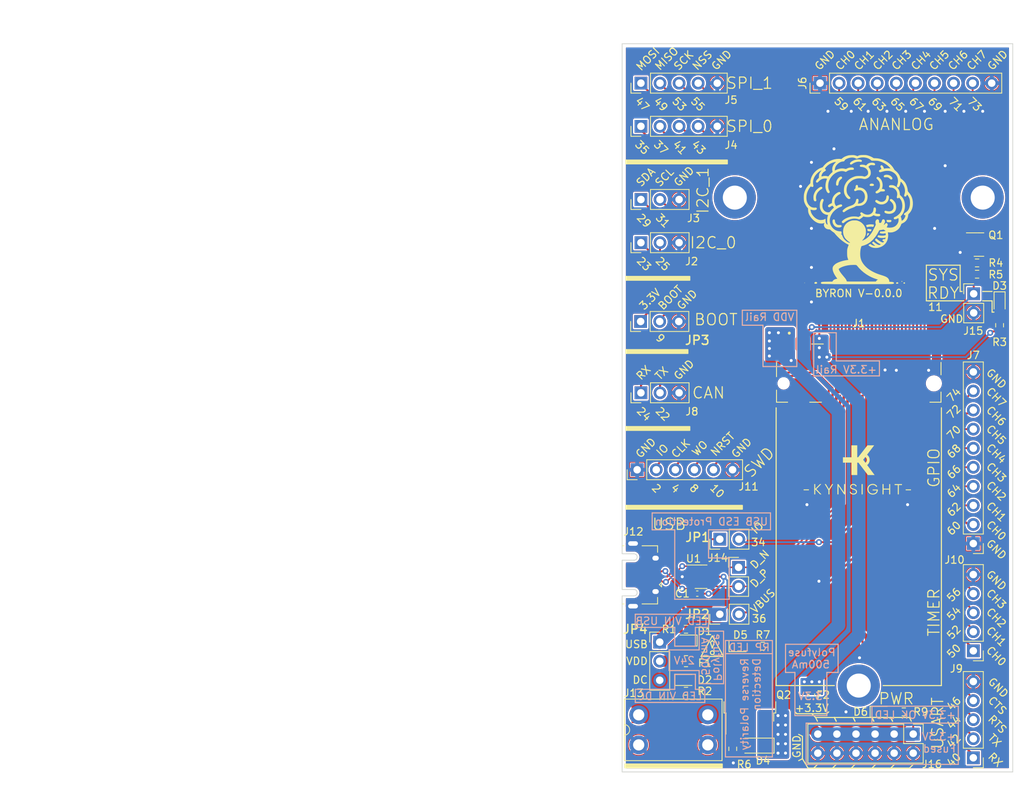
<source format=kicad_pcb>
(kicad_pcb (version 20221018) (generator pcbnew)

  (general
    (thickness 1.6)
  )

  (paper "A4")
  (layers
    (0 "F.Cu" signal)
    (31 "B.Cu" signal)
    (32 "B.Adhes" user "B.Adhesive")
    (33 "F.Adhes" user "F.Adhesive")
    (34 "B.Paste" user)
    (35 "F.Paste" user)
    (36 "B.SilkS" user "B.Silkscreen")
    (37 "F.SilkS" user "F.Silkscreen")
    (38 "B.Mask" user)
    (39 "F.Mask" user)
    (40 "Dwgs.User" user "User.Drawings")
    (41 "Cmts.User" user "User.Comments")
    (42 "Eco1.User" user "User.Eco1")
    (43 "Eco2.User" user "User.Eco2")
    (44 "Edge.Cuts" user)
    (45 "Margin" user)
    (46 "B.CrtYd" user "B.Courtyard")
    (47 "F.CrtYd" user "F.Courtyard")
    (48 "B.Fab" user)
    (49 "F.Fab" user)
    (50 "User.1" user)
    (51 "User.2" user)
    (52 "User.3" user)
    (53 "User.4" user)
    (54 "User.5" user)
    (55 "User.6" user)
    (56 "User.7" user)
    (57 "User.8" user)
    (58 "User.9" user)
  )

  (setup
    (stackup
      (layer "F.SilkS" (type "Top Silk Screen"))
      (layer "F.Paste" (type "Top Solder Paste"))
      (layer "F.Mask" (type "Top Solder Mask") (thickness 0.01))
      (layer "F.Cu" (type "copper") (thickness 0.035))
      (layer "dielectric 1" (type "core") (thickness 1.51) (material "FR4") (epsilon_r 4.5) (loss_tangent 0.02))
      (layer "B.Cu" (type "copper") (thickness 0.035))
      (layer "B.Mask" (type "Bottom Solder Mask") (thickness 0.01))
      (layer "B.Paste" (type "Bottom Solder Paste"))
      (layer "B.SilkS" (type "Bottom Silk Screen"))
      (copper_finish "None")
      (dielectric_constraints no)
    )
    (pad_to_mask_clearance 0)
    (aux_axis_origin 87.7 127.95)
    (grid_origin 87.7 127.95)
    (pcbplotparams
      (layerselection 0x00010fc_ffffffff)
      (plot_on_all_layers_selection 0x0000000_00000000)
      (disableapertmacros false)
      (usegerberextensions false)
      (usegerberattributes true)
      (usegerberadvancedattributes true)
      (creategerberjobfile true)
      (dashed_line_dash_ratio 12.000000)
      (dashed_line_gap_ratio 3.000000)
      (svgprecision 4)
      (plotframeref false)
      (viasonmask false)
      (mode 1)
      (useauxorigin false)
      (hpglpennumber 1)
      (hpglpenspeed 20)
      (hpglpendiameter 15.000000)
      (dxfpolygonmode true)
      (dxfimperialunits true)
      (dxfusepcbnewfont true)
      (psnegative false)
      (psa4output false)
      (plotreference true)
      (plotvalue true)
      (plotinvisibletext false)
      (sketchpadsonfab false)
      (subtractmaskfromsilk false)
      (outputformat 1)
      (mirror false)
      (drillshape 1)
      (scaleselection 1)
      (outputdirectory "")
    )
  )

  (net 0 "")
  (net 1 "+24V")
  (net 2 "/SWD.IO")
  (net 3 "/SWD.CLK")
  (net 4 "/SWD.WO")
  (net 5 "/MCU.BOOT")
  (net 6 "/MCU.NRST")
  (net 7 "/CAN.TX")
  (net 8 "/I2C_0.SDA")
  (net 9 "/CAN.RX")
  (net 10 "/I2C_0.SCL")
  (net 11 "/I2C_1.SDA")
  (net 12 "/USB.D_P")
  (net 13 "/I2C_1.SCL")
  (net 14 "/USB.IO")
  (net 15 "/SPI_0.MOSI")
  (net 16 "/USB.VBUS")
  (net 17 "/SPI_0.MISO")
  (net 18 "/USART.RX")
  (net 19 "/SPI_0.SCK")
  (net 20 "/USART.TX")
  (net 21 "/SPI_0.NSS")
  (net 22 "/USART.RTS")
  (net 23 "/USART.CTS")
  (net 24 "/SPI_1.MOSI")
  (net 25 "/SPI_1.MISO")
  (net 26 "/TIMER.CH_0")
  (net 27 "/TIMER.CH_1")
  (net 28 "/SPI_1.SCK")
  (net 29 "/TIMER.CH_2")
  (net 30 "/SPI_1.NSS")
  (net 31 "/TIMER.CH_3")
  (net 32 "/ANALOG.CH_0")
  (net 33 "/GPIO.CH_0")
  (net 34 "/ANALOG.CH_1")
  (net 35 "/GPIO.CH_1")
  (net 36 "/ANALOG.CH_2")
  (net 37 "/GPIO.CH_2")
  (net 38 "/ANALOG.CH_3")
  (net 39 "/GPIO.CH_3")
  (net 40 "/ANALOG.CH_4")
  (net 41 "/GPIO.CH_4")
  (net 42 "/ANALOG.CH_5")
  (net 43 "/GPIO.CH_5")
  (net 44 "/ANALOG.CH_6")
  (net 45 "/GPIO.CH_6")
  (net 46 "/ANALOG.CH_7")
  (net 47 "/GPIO.CH_7")
  (net 48 "GND")
  (net 49 "VDD")
  (net 50 "+5V")
  (net 51 "/SYS.READY")
  (net 52 "/USB.D_N")
  (net 53 "Net-(J12-ID)")
  (net 54 "Net-(D1-A)")
  (net 55 "Net-(D2-A)")
  (net 56 "Net-(D3-A)")
  (net 57 "Net-(D3-K)")
  (net 58 "Net-(D5-A)")
  (net 59 "Net-(JP4-C)")
  (net 60 "+3V3")
  (net 61 "Net-(Q1-B)")
  (net 62 "Net-(D4-A)")
  (net 63 "/VDD_Safe")
  (net 64 "/3.3V_Safe")
  (net 65 "Net-(D6-A)")

  (footprint "Resistor_SMD:R_0603_1608Metric" (layer "F.Cu") (at 102.425 124.875 -90))

  (footprint "Connector_PinHeader_2.54mm:PinHeader_1x05_P2.54mm_Vertical" (layer "F.Cu") (at 90.2 41.95 90))

  (footprint "Package_TO_SOT_SMD:TO-252-2" (layer "F.Cu") (at 104.7 117.625 90))

  (footprint "Connector_PinHeader_2.54mm:PinHeader_1x02_P2.54mm_Vertical" (layer "F.Cu") (at 100.7 96.95 90))

  (footprint "Connector_PinHeader_2.54mm:PinHeader_1x10_P2.54mm_Vertical" (layer "F.Cu") (at 134.45 97.53 180))

  (footprint "LED_SMD:LED_0603_1608Metric" (layer "F.Cu") (at 96.2 115.7))

  (footprint "Connector_PinHeader_2.54mm:PinHeader_2x06_P2.54mm_Vertical" (layer "F.Cu") (at 126.45 122.91 -90))

  (footprint "Resistor_SMD:R_0603_1608Metric" (layer "F.Cu") (at 134.95 60.15 180))

  (footprint "Connector_PinHeader_2.54mm:PinHeader_1x06_P2.54mm_Vertical" (layer "F.Cu") (at 89.7 87.7 90))

  (footprint "Connector_PinHeader_2.54mm:PinHeader_1x02_P2.54mm_Vertical" (layer "F.Cu") (at 103.2 100.7))

  (footprint "Connector_PinHeader_2.54mm:PinHeader_1x05_P2.54mm_Vertical" (layer "F.Cu") (at 134.45 126.07 180))

  (footprint "Connector_PinHeader_2.54mm:PinHeader_1x03_P2.54mm_Vertical" (layer "F.Cu") (at 92.7 110.66))

  (footprint "Resistor_SMD:R_0402_1005Metric" (layer "F.Cu") (at 112.95 117.7 90))

  (footprint "Resistor_SMD:R_0603_1608Metric" (layer "F.Cu") (at 96.2 117.2))

  (footprint "LED_SMD:LED_0603_1608Metric" (layer "F.Cu") (at 103.4125 111.2))

  (footprint "819_connectors_card_edge:TE_2199230-3" (layer "F.Cu") (at 119.2 76.2))

  (footprint "Resistor_SMD:R_0805_2012Metric" (layer "F.Cu") (at 96.2 113.2))

  (footprint "Connector_PinHeader_2.54mm:PinHeader_1x03_P2.54mm_Vertical" (layer "F.Cu") (at 90.2 57.45 90))

  (footprint "Connector_PinHeader_2.54mm:PinHeader_1x10_P2.54mm_Vertical" (layer "F.Cu") (at 114.04 36.2 90))

  (footprint "MountingHole:MountingHole_3.2mm_M3_DIN965_Pad" (layer "F.Cu") (at 135.7 51.45))

  (footprint "Capacitor_SMD:C_0402_1005Metric" (layer "F.Cu") (at 97.7 104.2 180))

  (footprint "LED_SMD:LED_0603_1608Metric" (layer "F.Cu") (at 96.2 110.45 180))

  (footprint "Symbol:brayn_carrier" (layer "F.Cu")
    (tstamp 75ebe937-d014-4632-a2ae-7645998e1dda)
    (at 119.2 54.2)
    (attr board_only exclude_from_pos_files exclude_from_bom)
    (fp_text reference "G***" (at 0 0) (layer "F.SilkS") hide
        (effects (font (size 1.5 1.5) (thickness 0.3)))
      (tstamp 323ae836-9697-4ef6-bf23-6d7717915945)
    )
    (fp_text value "LOGO" (at 0.75 0) (layer "F.SilkS") hide
        (effects (font (size 1.5 1.5) (thickness 0.3)))
      (tstamp 5857cb8d-3856-48b5-a9f4-d1446b9eef06)
    )
    (fp_poly
      (pts
        (xy -7.182104 8.583858)
        (xy -7.174335 8.601808)
        (xy -7.181132 8.629502)
        (xy -7.209692 8.636)
        (xy -7.24176 8.626111)
        (xy -7.24505 8.601808)
        (xy -7.225784 8.57274)
        (xy -7.209692 8.567615)
      )

      (stroke (width 0) (type solid)) (fill solid) (layer "F.SilkS") (tstamp f471e8b3-8b0a-4f8a-ab11-d613346f0c86))
    (fp_poly
      (pts
        (xy 5.774469 8.374497)
        (xy 5.791063 8.393367)
        (xy 5.801295 8.427291)
        (xy 5.789583 8.445542)
        (xy 5.766545 8.458709)
        (xy 5.721253 8.466187)
        (xy 5.697097 8.453997)
        (xy 5.674805 8.420225)
        (xy 5.683364 8.385832)
        (xy 5.717221 8.364393)
        (xy 5.734538 8.362461)
      )

      (stroke (width 0) (type solid)) (fill solid) (layer "F.SilkS") (tstamp 82729d19-d8dc-4413-b47c-0779fb7cb486))
    (fp_poly
      (pts
        (xy 6.108116 8.551639)
        (xy 6.15082 8.583584)
        (xy 6.173382 8.622074)
        (xy 6.174154 8.629625)
        (xy 6.158059 8.66236)
        (xy 6.120415 8.693864)
        (xy 6.077179 8.711943)
        (xy 6.065154 8.712915)
        (xy 6.016464 8.704566)
        (xy 5.983654 8.694006)
        (xy 5.948846 8.665192)
        (xy 5.943094 8.625879)
        (xy 5.961791 8.585416)
        (xy 6.000334 8.553157)
        (xy 6.054119 8.538453)
        (xy 6.060318 8.538308)
      )

      (stroke (width 0) (type solid)) (fill solid) (layer "F.SilkS") (tstamp d17118b8-9064-45e9-b5a3-3ead548f24be))
    (fp_poly
      (pts
        (xy 5.168465 8.529931)
        (xy 5.219925 8.557395)
        (xy 5.260029 8.59213)
        (xy 5.275384 8.623914)
        (xy 5.258259 8.675894)
        (xy 5.207763 8.709036)
        (xy 5.125214 8.722493)
        (xy 5.121962 8.722592)
        (xy 5.058188 8.721128)
        (xy 5.007972 8.714392)
        (xy 4.991913 8.708983)
        (xy 4.964446 8.676465)
        (xy 4.965527 8.633286)
        (xy 4.989567 8.587805)
        (xy 5.030978 8.548382)
        (xy 5.084172 8.523376)
        (xy 5.119077 8.518769)
      )

      (stroke (width 0) (type solid)) (fill solid) (layer "F.SilkS") (tstamp 11a8a962-5e9d-4cab-8d51-2d141897c685))
    (fp_poly
      (pts
        (xy -5.639843 8.49221)
        (xy -5.582569 8.524953)
        (xy -5.546252 8.570708)
        (xy -5.536212 8.622259)
        (xy -5.557768 8.672393)
        (xy -5.564929 8.680228)
        (xy -5.612539 8.70659)
        (xy -5.683052 8.722461)
        (xy -5.76135 8.726371)
        (xy -5.832316 8.716851)
        (xy -5.856224 8.708528)
        (xy -5.900768 8.673718)
        (xy -5.914159 8.62882)
        (xy -5.90056 8.580476)
        (xy -5.864133 8.535326)
        (xy -5.809042 8.50001)
        (xy -5.739449 8.481167)
        (xy -5.712758 8.479692)
      )

      (stroke (width 0) (type solid)) (fill solid) (layer "F.SilkS") (tstamp 4722c986-560f-4958-bddc-4dbccf935d41))
    (fp_poly
      (pts
        (xy 1.20266 1.962132)
        (xy 1.251983 1.977602)
        (xy 1.306837 1.999094)
        (xy 1.35488 2.021189)
        (xy 1.383768 2.038466)
        (xy 1.387231 2.043177)
        (xy 1.375287 2.066141)
        (xy 1.343706 2.110206)
        (xy 1.298864 2.167312)
        (xy 1.247138 2.229401)
        (xy 1.194902 2.288413)
        (xy 1.183533 2.300654)
        (xy 1.126105 2.356137)
        (xy 1.087232 2.381271)
        (xy 1.068339 2.375679)
        (xy 1.070848 2.338981)
        (xy 1.073403 2.329961)
        (xy 1.085279 2.285847)
        (xy 1.102276 2.21665)
        (xy 1.121203 2.135468)
        (xy 1.126022 2.114122)
        (xy 1.144607 2.03535)
        (xy 1.159303 1.988032)
        (xy 1.173598 1.965251)
        (xy 1.190982 1.960087)
      )

      (stroke (width 0) (type solid)) (fill solid) (layer "F.SilkS") (tstamp 400a4f06-7ce2-4659-bfb0-e5ccfad2a1ab))
    (fp_poly
      (pts
        (xy 1.797451 -4.613137)
        (xy 1.893811 -4.595539)
        (xy 1.966567 -4.549955)
        (xy 2.004743 -4.503228)
        (xy 2.025339 -4.45939)
        (xy 2.020121 -4.416006)
        (xy 2.013463 -4.398573)
        (xy 1.986811 -4.354852)
        (xy 1.945169 -4.325283)
        (xy 1.881957 -4.307612)
        (xy 1.790591 -4.299586)
        (xy 1.7211 -4.298462)
        (xy 1.63283 -4.299929)
        (xy 1.573388 -4.305561)
        (xy 1.532591 -4.317199)
        (xy 1.500259 -4.336685)
        (xy 1.497327 -4.338957)
        (xy 1.453344 -4.39222)
        (xy 1.447399 -4.451242)
        (xy 1.479297 -4.513694)
        (xy 1.51491 -4.550438)
        (xy 1.55824 -4.583716)
        (xy 1.602903 -4.604045)
        (xy 1.659384 -4.613753)
        (xy 1.73817 -4.615167)
      )

      (stroke (width 0) (type solid)) (fill solid) (layer "F.SilkS") (tstamp 2b0376aa-855a-42b5-beb5-4b4019b8671f))
    (fp_poly
      (pts
        (xy 1.332417 1.429924)
        (xy 1.420276 1.439611)
        (xy 1.50996 1.45363)
        (xy 1.592155 1.470237)
        (xy 1.657549 1.487694)
        (xy 1.696827 1.504258)
        (xy 1.702937 1.509908)
        (xy 1.701284 1.536746)
        (xy 1.684074 1.584245)
        (xy 1.657131 1.641195)
        (xy 1.626278 1.696385)
        (xy 1.597337 1.738606)
        (xy 1.576132 1.756649)
        (xy 1.574746 1.756699)
        (xy 1.541682 1.750599)
        (xy 1.494692 1.738942)
        (xy 1.444046 1.728539)
        (xy 1.371669 1.717668)
        (xy 1.306591 1.710098)
        (xy 1.177104 1.697249)
        (xy 1.166449 1.625278)
        (xy 1.154945 1.55609)
        (xy 1.14216 1.490228)
        (xy 1.14207 1.489808)
        (xy 1.128346 1.426308)
        (xy 1.255698 1.426308)
      )

      (stroke (width 0) (type solid)) (fill solid) (layer "F.SilkS") (tstamp 3d4fc874-edfd-46e8-9bee-85755584542e))
    (fp_poly
      (pts
        (xy 4.100194 0.224937)
        (xy 4.181187 0.226278)
        (xy 4.236228 0.229625)
        (xy 4.271879 0.235885)
        (xy 4.294702 0.245968)
        (xy 4.311259 0.260783)
        (xy 4.3197 0.270818)
        (xy 4.347137 0.318552)
        (xy 4.357077 0.359942)
        (xy 4.340361 0.412211)
        (xy 4.297478 0.464374)
        (xy 4.239319 0.503939)
        (xy 4.226929 0.509197)
        (xy 4.182591 0.517752)
        (xy 4.111315 0.522962)
        (xy 4.025101 0.524793)
        (xy 3.935947 0.523211)
        (xy 3.855852 0.518181)
        (xy 3.800231 0.510424)
        (xy 3.762992 0.498011)
        (xy 3.743103 0.473433)
        (xy 3.73204 0.424512)
        (xy 3.73006 0.410159)
        (xy 3.719714 0.343987)
        (xy 3.708025 0.286203)
        (xy 3.704778 0.273538)
        (xy 3.69105 0.224692)
        (xy 3.986687 0.224692)
      )

      (stroke (width 0) (type solid)) (fill solid) (layer "F.SilkS") (tstamp 7110f02f-3bf9-454e-9a2f-30c361087637))
    (fp_poly
      (pts
        (xy -2.303522 -5.545995)
        (xy -2.249422 -5.500565)
        (xy -2.218153 -5.435137)
        (xy -2.217209 -5.368097)
        (xy -2.253608 -5.300945)
        (xy -2.325721 -5.236457)
        (xy -2.340515 -5.226539)
        (xy -2.461948 -5.125718)
        (xy -2.562075 -4.997057)
        (xy -2.636755 -4.84782)
        (xy -2.681848 -4.685272)
        (xy -2.691276 -4.611077)
        (xy -2.708155 -4.496672)
        (xy -2.738288 -4.416569)
        (xy -2.782981 -4.367865)
        (xy -2.805977 -4.356238)
        (xy -2.843326 -4.343028)
        (xy -2.858772 -4.339218)
        (xy -2.877867 -4.34533)
        (xy -2.919059 -4.357795)
        (xy -2.920978 -4.358367)
        (xy -2.968996 -4.378331)
        (xy -3.000518 -4.409027)
        (xy -3.018735 -4.457945)
        (xy -3.026839 -4.532571)
        (xy -3.0282 -4.609927)
        (xy -3.009308 -4.799871)
        (xy -2.955563 -4.98594)
        (xy -2.870475 -5.160363)
        (xy -2.757554 -5.315369)
        (xy -2.670121 -5.402706)
        (xy -2.560146 -5.486978)
        (xy -2.460986 -5.539051)
        (xy -2.374744 -5.558774)
      )

      (stroke (width 0) (type solid)) (fill solid) (layer "F.SilkS") (tstamp 5428abf6-8bb3-4520-be02-195dbec9b4db))
    (fp_poly
      (pts
        (xy 0.080614 -7.832161)
        (xy 0.206974 -7.811971)
        (xy 0.307375 -7.779435)
        (xy 0.378853 -7.735973)
        (xy 0.418444 -7.683002)
        (xy 0.423183 -7.62194)
        (xy 0.418523 -7.605431)
        (xy 0.384452 -7.549819)
        (xy 0.328127 -7.519646)
        (xy 0.245857 -7.513685)
        (xy 0.171274 -7.523184)
        (xy 0.003793 -7.536496)
        (xy -0.178107 -7.520927)
        (xy -0.365562 -7.478975)
        (xy -0.549704 -7.41314)
        (xy -0.721668 -7.325922)
        (xy -0.855612 -7.233682)
        (xy -0.933496 -7.184563)
        (xy -1.011072 -7.158318)
        (xy -1.078862 -7.157106)
        (xy -1.117697 -7.174012)
        (xy -1.149249 -7.211495)
        (xy -1.171218 -7.254374)
        (xy -1.180503 -7.295735)
        (xy -1.170928 -7.33605)
        (xy -1.144152 -7.383715)
        (xy -1.088224 -7.457148)
        (xy -1.014826 -7.524442)
        (xy -0.917663 -7.59033)
        (xy -0.790445 -7.659541)
        (xy -0.752231 -7.678391)
        (xy -0.565979 -7.757515)
        (xy -0.386909 -7.8081)
        (xy -0.199899 -7.833689)
        (xy -0.068741 -7.838588)
      )

      (stroke (width 0) (type solid)) (fill solid) (layer "F.SilkS") (tstamp 365985eb-51c1-4a2f-b57f-32d9b31e22e0))
    (fp_poly
      (pts
        (xy 3.845385 -5.789422)
        (xy 3.988069 -5.757112)
        (xy 4.124496 -5.702898)
        (xy 4.148838 -5.690256)
        (xy 4.233758 -5.635486)
        (xy 4.317598 -5.56628)
        (xy 4.391622 -5.491311)
        (xy 4.447098 -5.419251)
        (xy 4.472447 -5.368944)
        (xy 4.482211 -5.288777)
        (xy 4.458366 -5.222768)
        (xy 4.405474 -5.177332)
        (xy 4.328097 -5.158882)
        (xy 4.322965 -5.158775)
        (xy 4.285796 -5.163779)
        (xy 4.245507 -5.182771)
        (xy 4.194321 -5.220603)
        (xy 4.124459 -5.282125)
        (xy 4.122966 -5.283494)
        (xy 4.027445 -5.364645)
        (xy 3.941745 -5.419436)
        (xy 3.854681 -5.451641)
        (xy 3.755066 -5.465031)
        (xy 3.631716 -5.463378)
        (xy 3.5963 -5.461088)
        (xy 3.507872 -5.455293)
        (xy 3.449549 -5.453927)
        (xy 3.412496 -5.458164)
        (xy 3.387878 -5.469178)
        (xy 3.366858 -5.488143)
        (xy 3.36317 -5.492067)
        (xy 3.328347 -5.553481)
        (xy 3.324064 -5.621185)
        (xy 3.35017 -5.681838)
        (xy 3.3655 -5.698096)
        (xy 3.456502 -5.754167)
        (xy 3.57193 -5.788026)
        (xy 3.704115 -5.799753)
      )

      (stroke (width 0) (type solid)) (fill solid) (layer "F.SilkS") (tstamp 32c37db2-cc3d-4a28-beab-2a447e5f481b))
    (fp_poly
      (pts
        (xy 1.685095 0.808047)
        (xy 1.785067 0.814499)
        (xy 1.877494 0.824512)
        (xy 1.954015 0.837225)
        (xy 2.006268 0.851777)
        (xy 2.024712 0.863708)
        (xy 2.024676 0.890537)
        (xy 2.013404 0.94321)
        (xy 1.993271 1.010939)
        (xy 1.990417 1.019435)
        (xy 1.965982 1.089088)
        (xy 1.947813 1.128838)
        (xy 1.929843 1.145861)
        (xy 1.906002 1.147333)
        (xy 1.885461 1.143553)
        (xy 1.728666 1.12293)
        (xy 1.556061 1.120026)
        (xy 1.386675 1.134862)
        (xy 1.338384 1.142955)
        (xy 1.253264 1.159074)
        (xy 1.177029 1.173473)
        (xy 1.121998 1.183826)
        (xy 1.108808 1.186291)
        (xy 1.069597 1.188469)
        (xy 1.055869 1.170518)
        (xy 1.055077 1.157897)
        (xy 1.046184 1.118896)
        (xy 1.023538 1.062454)
        (xy 1.007495 1.030022)
        (xy 0.980096 0.971704)
        (xy 0.974086 0.937006)
        (xy 0.983071 0.921313)
        (xy 1.02141 0.902458)
        (xy 1.089511 0.881132)
        (xy 1.178313 0.859316)
        (xy 1.278756 0.838989)
        (xy 1.381778 0.822129)
        (xy 1.478319 0.810718)
        (xy 1.495965 0.80927)
        (xy 1.585941 0.806017)
      )

      (stroke (width 0) (type solid)) (fill solid) (layer "F.SilkS") (tstamp 9d53a2c7-d1bf-42e7-9ad3-f4d672cbce3b))
    (fp_poly
      (pts
        (xy -4.983043 -4.190271)
        (xy -4.919401 -4.169398)
        (xy -4.871452 -4.134117)
        (xy -4.857676 -4.111971)
        (xy -4.843552 -4.044172)
        (xy -4.858643 -3.983186)
        (xy -4.905599 -3.924932)
        (xy -4.987073 -3.865327)
        (xy -5.036759 -3.836394)
        (xy -5.137118 -3.76979)
        (xy -5.24611 -3.678945)
        (xy -5.353565 -3.57387)
        (xy -5.44931 -3.46458)
        (xy -5.523174 -3.361085)
        (xy -5.528347 -3.352488)
        (xy -5.620017 -3.162871)
        (xy -5.676098 -2.96666)
        (xy -5.695911 -2.768433)
        (xy -5.678779 -2.572768)
        (xy -5.657314 -2.481385)
        (xy -5.643459 -2.392242)
        (xy -5.659978 -2.325507)
        (xy -5.688501 -2.291777)
        (xy -5.75359 -2.261493)
        (xy -5.831363 -2.261579)
        (xy -5.87703 -2.275961)
        (xy -5.933799 -2.314568)
        (xy -5.976521 -2.37626)
        (xy -6.006578 -2.46492)
        (xy -6.025351 -2.58443)
        (xy -6.033558 -2.715846)
        (xy -6.035561 -2.830868)
        (xy -6.031984 -2.921687)
        (xy -6.021513 -3.002943)
        (xy -6.002834 -3.089276)
        (xy -5.998465 -3.106616)
        (xy -5.953051 -3.247995)
        (xy -5.889554 -3.396306)
        (xy -5.814588 -3.538317)
        (xy -5.734768 -3.660793)
        (xy -5.698667 -3.706431)
        (xy -5.600042 -3.812302)
        (xy -5.489679 -3.914537)
        (xy -5.374434 -4.008043)
        (xy -5.261163 -4.087726)
        (xy -5.156722 -4.148492)
        (xy -5.067964 -4.185248)
        (xy -5.047234 -4.190465)
      )

      (stroke (width 0) (type solid)) (fill solid) (layer "F.SilkS") (tstamp d317bc21-09df-4ba3-8d48-e8752aabab68))
    (fp_poly
      (pts
        (xy -3.321295 0.147109)
        (xy -3.276115 0.163388)
        (xy -3.215094 0.199495)
        (xy -3.180156 0.250584)
        (xy -3.166145 0.325797)
        (xy -3.165231 0.359967)
        (xy -3.147259 0.49035)
        (xy -3.097083 0.615947)
        (xy -3.020307 0.727549)
        (xy -2.922539 0.815946)
        (xy -2.867892 0.848387)
        (xy -2.815454 0.872157)
        (xy -2.76608 0.887103)
        (xy -2.708077 0.89519)
        (xy -2.629748 0.898384)
        (xy -2.568136 0.898769)
        (xy -2.477306 0.89937)
        (xy -2.416483 0.902418)
        (xy -2.376602 0.909779)
        (xy -2.348595 0.92332)
        (xy -2.323397 0.944907)
        (xy -2.317972 0.95028)
        (xy -2.28382 0.992544)
        (xy -2.266869 1.029422)
        (xy -2.266462 1.033855)
        (xy -2.284361 1.089759)
        (xy -2.333001 1.144868)
        (xy -2.404791 1.19078)
        (xy -2.410704 1.193531)
        (xy -2.489353 1.216309)
        (xy -2.592574 1.228315)
        (xy -2.707385 1.22957)
        (xy -2.820802 1.220094)
        (xy -2.919841 1.199905)
        (xy -2.942181 1.19271)
        (xy -3.084271 1.128307)
        (xy -3.203188 1.042297)
        (xy -3.304461 0.929413)
        (xy -3.393617 0.784385)
        (xy -3.414674 0.742461)
        (xy -3.454553 0.652779)
        (xy -3.478014 0.576566)
        (xy -3.490129 0.494655)
        (xy -3.493587 0.444245)
        (xy -3.494246 0.343142)
        (xy -3.481497 0.270409)
        (xy -3.451896 0.216632)
        (xy -3.401995 0.172395)
        (xy -3.391501 0.165314)
        (xy -3.355612 0.146726)
      )

      (stroke (width 0) (type solid)) (fill solid) (layer "F.SilkS") (tstamp 1f6aee6f-9da5-4cd6-acf6-1d571b0c1c7a))
    (fp_poly
      (pts
        (xy 3.869367 -3.05491)
        (xy 3.889512 -3.047437)
        (xy 3.944925 -3.017156)
        (xy 3.979483 -2.975328)
        (xy 4.001464 -2.910229)
        (xy 4.00765 -2.88014)
        (xy 4.015618 -2.74485)
        (xy 3.994739 -2.596959)
        (xy 3.94834 -2.446037)
        (xy 3.87975 -2.301658)
        (xy 3.792297 -2.173394)
        (xy 3.742889 -2.118649)
        (xy 3.643079 -2.036234)
        (xy 3.519655 -1.960286)
        (xy 3.387593 -1.898709)
        (xy 3.261867 -1.859409)
        (xy 3.245602 -1.85613)
        (xy 3.127186 -1.842321)
        (xy 2.995816 -1.839858)
        (xy 2.871974 -1.848722)
        (xy 2.823308 -1.85657)
        (xy 2.636207 -1.912898)
        (xy 2.454276 -2.004179)
        (xy 2.285427 -2.126386)
        (xy 2.274023 -2.136238)
        (xy 2.210918 -2.205706)
        (xy 2.186256 -2.271227)
        (xy 2.19982 -2.334567)
        (xy 2.243107 -2.389806)
        (xy 2.289075 -2.424708)
        (xy 2.337603 -2.438785)
        (xy 2.395493 -2.431058)
        (xy 2.469548 -2.400542)
        (xy 2.566569 -2.346257)
        (xy 2.573461 -2.342107)
        (xy 2.696788 -2.272707)
        (xy 2.801907 -2.226371)
        (xy 2.899274 -2.199603)
        (xy 2.999342 -2.188907)
        (xy 3.033444 -2.188308)
        (xy 3.195022 -2.205581)
        (xy 3.337376 -2.255729)
        (xy 3.45787 -2.336249)
        (xy 3.553869 -2.444634)
        (xy 3.622738 -2.57838)
        (xy 3.661842 -2.734982)
        (xy 3.667769 -2.7913)
        (xy 3.676515 -2.88512)
        (xy 3.689179 -2.948735)
        (xy 3.709541 -2.991018)
        (xy 3.741379 -3.020841)
        (xy 3.773509 -3.039568)
        (xy 3.824538 -3.059157)
      )

      (stroke (width 0) (type solid)) (fill solid) (layer "F.SilkS") (tstamp af195515-1014-42ab-90e3-0dad20a34e00))
    (fp_poly
      (pts
        (xy 4.376559 -2.548661)
        (xy 4.47553 -2.494642)
        (xy 4.586564 -2.406241)
        (xy 4.647395 -2.348141)
        (xy 4.782987 -2.18551)
        (xy 4.883805 -2.005207)
        (xy 4.949578 -1.807906)
        (xy 4.980038 -1.594277)
        (xy 4.982308 -1.514231)
        (xy 4.968447 -1.313549)
        (xy 4.926363 -1.138634)
        (xy 4.855297 -0.987458)
        (xy 4.754493 -0.857993)
        (xy 4.727541 -0.831558)
        (xy 4.589373 -0.728212)
        (xy 4.428027 -0.65201)
        (xy 4.24961 -0.604226)
        (xy 4.060226 -0.586133)
        (xy 3.865984 -0.599001)
        (xy 3.737424 -0.625248)
        (xy 3.635893 -0.654177)
        (xy 3.562816 -0.681429)
        (xy 3.508041 -0.711376)
        (xy 3.470719 -0.740088)
        (xy 3.423424 -0.802735)
        (xy 3.411715 -0.871351)
        (xy 3.435013 -0.937246)
        (xy 3.487323 -0.988298)
        (xy 3.512299 -1.002669)
        (xy 3.538006 -1.009269)
        (xy 3.573181 -1.007429)
        (xy 3.626561 -0.99648)
        (xy 3.706885 -0.975754)
        (xy 3.729166 -0.969781)
        (xy 3.88214 -0.935099)
        (xy 4.012976 -0.921003)
        (xy 4.132588 -0.927241)
        (xy 4.251895 -0.953558)
        (xy 4.264368 -0.957327)
        (xy 4.349943 -0.989386)
        (xy 4.415701 -1.030546)
        (xy 4.478078 -1.089762)
        (xy 4.549353 -1.176834)
        (xy 4.595958 -1.263898)
        (xy 4.621353 -1.361579)
        (xy 4.628998 -1.480507)
        (xy 4.627375 -1.548343)
        (xy 4.61173 -1.693674)
        (xy 4.576021 -1.824406)
        (xy 4.516796 -1.946574)
        (xy 4.430602 -2.066215)
        (xy 4.313989 -2.189365)
        (xy 4.204651 -2.287524)
        (xy 4.146961 -2.347068)
        (xy 4.124662 -2.401445)
        (xy 4.136227 -2.4583)
        (xy 4.161959 -2.501298)
        (xy 4.21878 -2.552303)
        (xy 4.290644 -2.567986)
      )

      (stroke (width 0) (type solid)) (fill solid) (layer "F.SilkS") (tstamp b6e654c8-6a18-4187-abf0-baaf87b7caa7))
    (fp_poly
      (pts
        (xy 2.541167 -5.51287)
        (xy 2.61535 -5.481669)
        (xy 2.698885 -5.42691)
        (xy 2.78623 -5.353465)
        (xy 2.871843 -5.266209)
        (xy 2.95018 -5.170014)
        (xy 3.015699 -5.069755)
        (xy 3.038949 -5.025793)
        (xy 3.106894 -4.855492)
        (xy 3.154007 -4.671492)
        (xy 3.177412 -4.487944)
        (xy 3.176865 -4.347308)
        (xy 3.161812 -4.215417)
        (xy 3.1385 -4.094869)
        (xy 3.109263 -3.99623)
        (xy 3.089209 -3.950753)
        (xy 3.077231 -3.922755)
        (xy 3.087173 -3.910405)
        (xy 3.126764 -3.907038)
        (xy 3.14012 -3.906842)
        (xy 3.273036 -3.895415)
        (xy 3.373413 -3.864811)
        (xy 3.440616 -3.8154)
        (xy 3.47401 -3.747554)
        (xy 3.477846 -3.709352)
        (xy 3.473175 -3.659685)
        (xy 3.455679 -3.623573)
        (xy 3.420136 -3.598786)
        (xy 3.36132 -3.583096)
        (xy 3.27401 -3.574276)
        (xy 3.15298 -3.570096)
        (xy 3.151331 -3.570066)
        (xy 2.917444 -3.565769)
        (xy 2.801991 -3.491454)
        (xy 2.655856 -3.404153)
        (xy 2.533545 -3.345973)
        (xy 2.433513 -3.316314)
        (xy 2.354217 -3.314574)
        (xy 2.349889 -3.315384)
        (xy 2.307043 -3.336658)
        (xy 2.266851 -3.374328)
        (xy 2.230973 -3.441236)
        (xy 2.232776 -3.504038)
        (xy 2.272714 -3.563965)
        (xy 2.351237 -3.622249)
        (xy 2.359628 -3.627123)
        (xy 2.519528 -3.735669)
        (xy 2.643874 -3.859326)
        (xy 2.734028 -4.000393)
        (xy 2.791352 -4.161167)
        (xy 2.817207 -4.343944)
        (xy 2.819019 -4.402061)
        (xy 2.809846 -4.585829)
        (xy 2.776435 -4.745371)
        (xy 2.715272 -4.889103)
        (xy 2.622844 -5.02544)
        (xy 2.505343 -5.153369)
        (xy 2.434654 -5.223547)
        (xy 2.388301 -5.273272)
        (xy 2.361968 -5.308663)
        (xy 2.35134 -5.335839)
        (xy 2.3521 -5.360917)
        (xy 2.35374 -5.368292)
        (xy 2.382726 -5.431834)
        (xy 2.429768 -5.485812)
        (xy 2.48188 -5.515637)
      )

      (stroke (width 0) (type solid)) (fill solid) (layer "F.SilkS") (tstamp a774fe8e-f0f3-47a9-a70f-b784a358f89a))
    (fp_poly
      (pts
        (xy 2.181858 -1.43089)
        (xy 2.23481 -1.388033)
        (xy 2.27237 -1.318269)
        (xy 2.293668 -1.226449)
        (xy 2.297837 -1.117427)
        (xy 2.284009 -0.996055)
        (xy 2.251315 -0.867185)
        (xy 2.228542 -0.803774)
        (xy 2.205464 -0.737678)
        (xy 2.199866 -0.696525)
        (xy 2.20961 -0.671951)
        (xy 2.253061 -0.642755)
        (xy 2.32672 -0.617712)
        (xy 2.42178 -0.598791)
        (xy 2.529432 -0.587957)
        (xy 2.593895 -0.586154)
        (xy 2.6754 -0.585274)
        (xy 2.728613 -0.580777)
        (xy 2.764308 -0.569882)
        (xy 2.79326 -0.549805)
        (xy 2.815041 -0.529042)
        (xy 2.85952 -0.470892)
        (xy 2.867835 -0.416446)
        (xy 2.840045 -0.357975)
        (xy 2.816515 -0.329116)
        (xy 2.786639 -0.298395)
        (xy 2.757167 -0.279247)
        (xy 2.717412 -0.268241)
        (xy 2.656687 -0.261944)
        (xy 2.596708 -0.258539)
        (xy 2.402984 -0.264847)
        (xy 2.219624 -0.302439)
        (xy 2.072301 -0.360841)
        (xy 1.976182 -0.409548)
        (xy 1.877367 -0.343051)
        (xy 1.744871 -0.269185)
        (xy 1.59294 -0.209388)
        (xy 1.45849 -0.174539)
        (xy 1.333938 -0.159489)
        (xy 1.187164 -0.155084)
        (xy 1.033389 -0.160787)
        (xy 0.887833 -0.176059)
        (xy 0.771554 -0.198804)
        (xy 0.609525 -0.241301)
        (xy 0.54961 -0.181386)
        (xy 0.476651 -0.115716)
        (xy 0.38411 -0.042651)
        (xy 0.285356 0.028031)
        (xy 0.19376 0.086551)
        (xy 0.151091 0.110105)
        (xy 0.057377 0.157593)
        (xy -0.073985 0.118472)
        (xy -0.301292 0.064612)
        (xy -0.519229 0.043021)
        (xy -0.739353 0.052968)
        (xy -0.852249 0.069262)
        (xy -1.13002 0.135159)
        (xy -1.395159 0.232926)
        (xy -1.641887 0.359921)
        (xy -1.864424 0.513506)
        (xy -1.913723 0.554142)
        (xy -1.984477 0.610952)
        (xy -2.036753 0.642879)
        (xy -2.078522 0.653809)
        (xy -2.110154 0.64993)
        (xy -2.186313 0.615092)
        (xy -2.238897 0.562701)
        (xy -2.262306 0.500293)
        (xy -2.257442 0.451747)
        (xy -2.237434 0.417795)
        (xy -2.197771 0.368647)
        (xy -2.153092 0.321121)
        (xy -1.991908 0.184564)
        (xy -1.798643 0.060901)
        (xy -1.578956 -0.047096)
        (xy -1.338508 -0.13666)
        (xy -1.082959 -0.205019)
        (xy -1.073824 -0.20699)
        (xy -0.939073 -0.228219)
        (xy -0.782283 -0.2407)
        (xy -0.615952 -0.244421)
        (xy -0.45258 -0.239368)
        (xy -0.304663 -0.225528)
        (xy -0.204824 -0.207883)
        (xy -0.048186 -0.171535)
        (xy 0.049176 -0.225141)
        (xy 0.115778 -0.265268)
        (xy 0.183426 -0.311664)
        (xy 0.244021 -0.35804)
        (xy 0.289462 -0.398111)
        (xy 0.31165 -0.425586)
        (xy 0.312615 -0.429651)
        (xy 0.299924 -0.452707)
        (xy 0.268129 -0.49037)
        (xy 0.254 -0.504994)
        (xy 0.205897 -0.575004)
        (xy 0.193834 -0.648355)
        (xy 0.217953 -0.718259)
        (xy 0.248745 -0.754703)
        (xy 0.298845 -0.787526)
        (xy 0.353615 -0.792963)
        (xy 0.41913 -0.769902)
        (xy 0.501464 -0.717228)
        (xy 0.517243 -0.705496)
        (xy 0.686501 -0.597559)
        (xy 0.861431 -0.522937)
        (xy 1.038019 -0.481491)
        (xy 1.212253 -0.473083)
        (xy 1.380119 -0.497576)
        (xy 1.537606 -0.554831)
        (xy 1.680698 -0.644711)
        (xy 1.790299 -0.749269)
        (xy 1.863724 -0.849417)
        (xy 1.913335 -0.958097)
        (xy 1.943519 -1.086545)
        (xy 1.953126 -1.166333)
        (xy 1.968621 -1.27966)
        (xy 1.992949 -1.359184)
        (xy 2.028922 -1.409714)
        (xy 2.079354 -1.436056)
        (xy 2.11438 -1.441986)
      )

      (stroke (width 0) (type solid)) (fill solid) (layer "F.SilkS") (tstamp 62d10be2-8156-44d8-b130-4f60b22b516a))
    (fp_poly
      (pts
        (xy -0.185569 -4.427811)
        (xy -0.138662 -4.384393)
        (xy -0.109421 -4.309058)
        (xy -0.097692 -4.225703)
        (xy -0.087923 -4.095336)
        (xy 0.019887 -4.100413)
        (xy 0.154224 -4.094354)
        (xy 0.303554 -4.067033)
        (xy 0.452631 -4.021938)
        (xy 0.557243 -3.9775)
        (xy 0.715183 -3.878544)
        (xy 0.853853 -3.748816)
        (xy 0.970726 -3.59285)
        (xy 1.063276 -3.415181)
        (xy 1.128978 -3.220345)
        (xy 1.165304 -3.012875)
        (xy 1.171968 -2.873913)
        (xy 1.155431 -2.642574)
        (xy 1.107344 -2.428855)
        (xy 1.028698 -2.235413)
        (xy 0.920482 -2.064902)
        (xy 0.833844 -1.966717)
        (xy 0.700435 -1.851524)
        (xy 0.556165 -1.763408)
        (xy 0.39574 -1.700503)
        (xy 0.213864 -1.660945)
        (xy 0.005242 -1.642867)
        (xy -0.090181 -1.641231)
        (xy -0.196465 -1.640825)
        (xy -0.271774 -1.638787)
        (xy -0.32421 -1.633887)
        (xy -0.361875 -1.624895)
        (xy -0.392867 -1.610581)
        (xy -0.424094 -1.590533)
        (xy -0.514398 -1.534441)
        (xy -0.620028 -1.480216)
        (xy -0.747686 -1.424812)
        (xy -0.904074 -1.365181)
        (xy -0.976923 -1.339199)
        (xy -1.264424 -1.225716)
        (xy -1.51749 -1.098919)
        (xy -1.738911 -0.957374)
        (xy -1.779988 -0.926906)
        (xy -1.864058 -0.865318)
        (xy -1.926679 -0.826758)
        (xy -1.975643 -0.80833)
        (xy -2.018739 -0.807137)
        (xy -2.063758 -0.820281)
        (xy -2.065169 -0.820846)
        (xy -2.103937 -0.849935)
        (xy -2.13815 -0.896254)
        (xy -2.13894 -0.897761)
        (xy -2.155068 -0.944957)
        (xy -2.150278 -0.991703)
        (xy -2.121564 -1.044174)
        (xy -2.065924 -1.108543)
        (xy -2.009464 -1.163876)
        (xy -1.859461 -1.290588)
        (xy -1.6924 -1.402336)
        (xy -1.502063 -1.502586)
        (xy -1.282232 -1.594801)
        (xy -1.152769 -1.641217)
        (xy -1.048595 -1.678207)
        (xy -0.946154 -1.717101)
        (xy -0.857317 -1.753245)
        (xy -0.794586 -1.781669)
        (xy -0.650815 -1.874775)
        (xy -0.533576 -1.996097)
        (xy -0.443692 -2.144422)
        (xy -0.381987 -2.318535)
        (xy -0.360985 -2.420878)
        (xy -0.333608 -2.506621)
        (xy -0.285743 -2.565017)
        (xy -0.221819 -2.591964)
        (xy -0.177124 -2.591253)
        (xy -0.10814 -2.571422)
        (xy -0.063581 -2.534544)
        (xy -0.039571 -2.474382)
        (xy -0.032232 -2.384701)
        (xy -0.03251 -2.358579)
        (xy -0.04378 -2.23785)
        (xy -0.069396 -2.123737)
        (xy -0.076472 -2.102211)
        (xy -0.097838 -2.039253)
        (xy -0.112595 -1.991062)
        (xy -0.117231 -1.970326)
        (xy -0.099469 -1.958878)
        (xy -0.051935 -1.954547)
        (xy 0.016738 -1.957217)
        (xy 0.097923 -1.966773)
        (xy 0.138902 -1.973789)
        (xy 0.286067 -2.017464)
        (xy 0.426638 -2.088471)
        (xy 0.551946 -2.180744)
        (xy 0.653317 -2.288216)
        (xy 0.706109 -2.37062)
        (xy 0.742602 -2.458626)
        (xy 0.775919 -2.569846)
        (xy 0.802287 -2.68842)
        (xy 0.817936 -2.79849)
        (xy 0.820615 -2.852153)
        (xy 0.805034 -3.04668)
        (xy 0.759598 -3.224922)
        (xy 0.686267 -3.383247)
        (xy 0.586999 -3.51802)
        (xy 0.463754 -3.62561)
        (xy 0.375498 -3.677398)
        (xy 0.313648 -3.70654)
        (xy 0.262819 -3.725216)
        (xy 0.210935 -3.735732)
        (xy 0.145921 -3.740388)
        (xy 0.055701 -3.741489)
        (xy 0.039488 -3.74149)
        (xy -0.057155 -3.740428)
        (xy -0.127665 -3.735814)
        (xy -0.184969 -3.725297)
        (xy -0.241993 -3.706529)
        (xy -0.309777 -3.67799)
        (xy -0.381936 -3.648008)
        (xy -0.443621 -3.625684)
        (xy -0.483592 -3.615006)
        (xy -0.488343 -3.614616)
        (xy -0.541616 -3.632241)
        (xy -0.587898 -3.677815)
        (xy -0.616502 -3.740386)
        (xy -0.618053 -3.747538)
        (xy -0.622022 -3.784051)
        (xy -0.613808 -3.815002)
        (xy -0.587953 -3.850405)
        (xy -0.539001 -3.900275)
        (xy -0.530189 -3.908793)
        (xy -0.429846 -4.00551)
        (xy -0.429846 -4.133075)
        (xy -0.419913 -4.258564)
        (xy -0.390447 -4.35217)
        (xy -0.341951 -4.413025)
        (xy -0.274925 -4.440259)
        (xy -0.251874 -4.441744)
      )

      (stroke (width 0) (type solid)) (fill solid) (layer "F.SilkS") (tstamp c7561934-9a3d-45ce-b2bf-f1c986c76b8e))
    (fp_poly
      (pts
        (xy 1.885032 -7.395541)
        (xy 2.009276 -7.367218)
        (xy 2.100975 -7.320537)
        (xy 2.137995 -7.286026)
        (xy 2.178546 -7.223038)
        (xy 2.18324 -7.168157)
        (xy 2.152094 -7.113996)
        (xy 2.138399 -7.099392)
        (xy 2.099358 -7.067376)
        (xy 2.058784 -7.056908)
        (xy 2.006514 -7.061143)
        (xy 1.946157 -7.068407)
        (xy 1.863689 -7.076656)
        (xy 1.775987 -7.084214)
        (xy 1.767843 -7.084847)
        (xy 1.682642 -7.089664)
        (xy 1.622238 -7.087279)
        (xy 1.572744 -7.076009)
        (xy 1.522174 -7.055067)
        (xy 1.456978 -7.017622)
        (xy 1.394931 -6.97051)
        (xy 1.34291 -6.920641)
        (xy 1.307796 -6.874928)
        (xy 1.29647 -6.840283)
        (xy 1.299729 -6.831595)
        (xy 1.366088 -6.737289)
        (xy 1.431777 -6.633235)
        (xy 1.489725 -6.53143)
        (xy 1.532859 -6.44387)
        (xy 1.543309 -6.418385)
        (xy 1.576591 -6.299497)
        (xy 1.595775 -6.163833)
        (xy 1.60036 -6.024773)
        (xy 1.589847 -5.895694)
        (xy 1.566514 -5.797554)
        (xy 1.491404 -5.642159)
        (xy 1.384716 -5.505952)
        (xy 1.250497 -5.392066)
        (xy 1.092794 -5.303631)
        (xy 0.915654 -5.243777)
        (xy 0.828567 -5.226675)
        (xy 0.747403 -5.225827)
        (xy 0.63714 -5.244378)
        (xy 0.584336 -5.257277)
        (xy 0.402532 -5.29227)
        (xy 0.200634 -5.309918)
        (xy -0.006264 -5.309877)
        (xy -0.203069 -5.291802)
        (xy -0.286896 -5.277163)
        (xy -0.508515 -5.22008)
        (xy -0.70501 -5.143494)
        (xy -0.885251 -5.042573)
        (xy -1.058107 -4.912484)
        (xy -1.20359 -4.777629)
        (xy -1.286889 -4.691743)
        (xy -1.348947 -4.619938)
        (xy -1.398191 -4.55086)
        (xy -1.443044 -4.473154)
        (xy -1.472693 -4.414957)
        (xy -1.545144 -4.24669)
        (xy -1.592327 -4.08159)
        (xy -1.617291 -3.906047)
        (xy -1.623321 -3.742547)
        (xy -1.607078 -3.52864)
        (xy -1.557489 -3.334131)
        (xy -1.473265 -3.15609)
        (xy -1.353117 -2.991586)
        (xy -1.243728 -2.87996)
        (xy -1.168915 -2.805473)
        (xy -1.125892 -2.745632)
        (xy -1.112989 -2.694893)
        (xy -1.128538 -2.647715)
        (xy -1.161651 -2.607497)
        (xy -1.227904 -2.567024)
        (xy -1.308586 -2.560707)
        (xy -1.399349 -2.588434)
        (xy -1.446906 -2.614873)
        (xy -1.558208 -2.703793)
        (xy -1.666111 -2.823158)
        (xy -1.765215 -2.964385)
        (xy -1.850117 -3.118894)
        (xy -1.915418 -3.278104)
        (xy -1.95314 -3.419231)
        (xy -1.973639 -3.586067)
        (xy -1.977829 -3.772751)
        (xy -1.96654 -3.965071)
        (xy -1.9406 -4.148814)
        (xy -1.901327 -4.308231)
        (xy -1.86103 -4.414134)
        (xy -1.804295 -4.536428)
        (xy -1.738602 -4.660601)
        (xy -1.671427 -4.77214)
        (xy -1.63523 -4.824652)
        (xy -1.477329 -5.008743)
        (xy -1.287977 -5.177581)
        (xy -1.073291 -5.326656)
        (xy -0.839393 -5.45146)
        (xy -0.711055 -5.505711)
        (xy -0.586273 -5.551443)
        (xy -0.475729 -5.585444)
        (xy -0.369528 -5.609338)
        (xy -0.257774 -5.624749)
        (xy -0.130572 -5.633301)
        (xy 0.021976 -5.63662)
        (xy 0.087923 -5.636846)
        (xy 0.221367 -5.636247)
        (xy 0.324306 -5.633951)
        (xy 0.405296 -5.629213)
        (xy 0.472898 -5.621288)
        (xy 0.53567 -5.609431)
        (xy 0.60217 -5.592896)
        (xy 0.60675 -5.591662)
        (xy 0.773885 -5.546477)
        (xy 0.880289 -5.588017)
        (xy 1.0132 -5.651349)
        (xy 1.113018 -5.725943)
        (xy 1.185048 -5.815816)
        (xy 1.188197 -5.82109)
        (xy 1.215817 -5.873806)
        (xy 1.231764 -5.924122)
        (xy 1.239049 -5.986146)
        (xy 1.240692 -6.066979)
        (xy 1.238515 -6.154572)
        (xy 1.229448 -6.220472)
        (xy 1.209688 -6.281943)
        (xy 1.178213 -6.35061)
        (xy 1.131435 -6.432321)
        (xy 1.073634 -6.515071)
        (xy 1.027949 -6.569265)
        (xy 0.914062 -6.663787)
        (xy 0.773548 -6.741924)
        (xy 0.616912 -6.799464)
        (xy 0.454661 -6.832192)
        (xy 0.357496 -6.838173)
        (xy 0.252943 -6.848284)
        (xy 0.181977 -6.878108)
        (xy 0.144285 -6.927916)
        (xy 0.139558 -6.997981)
        (xy 0.14473 -7.02383)
        (xy 0.166709 -7.072946)
        (xy 0.207387 -7.107069)
        (xy 0.271991 -7.128123)
        (xy 0.365744 -7.138032)
        (xy 0.458388 -7.139306)
        (xy 0.572387 -7.135308)
        (xy 0.665609 -7.124136)
        (xy 0.756105 -7.103028)
        (xy 0.816244 -7.084563)
        (xy 0.977951 -7.031822)
        (xy 1.076016 -7.139121)
        (xy 1.199323 -7.251751)
        (xy 1.335892 -7.332085)
        (xy 1.490596 -7.382106)
        (xy 1.66831 -7.403796)
        (xy 1.729712 -7.405077)
      )

      (stroke (width 0) (type solid)) (fill solid) (layer "F.SilkS") (tstamp a89b60ae-c666-452f-8005-1e8f1ca8ca60))
    (fp_poly
      (pts
        (xy 0.738025 -8.429125)
        (xy 0.840289 -8.427353)
        (xy 0.92149 -8.423239)
        (xy 0.99063 -8.415935)
        (xy 1.056714 -8.404591)
        (xy 1.128746 -8.388356)
        (xy 1.182077 -8.37502)
        (xy 1.322929 -8.332731)
        (xy 1.474994 -8.276313)
        (xy 1.626148 -8.211035)
        (xy 1.764267 -8.142165)
        (xy 1.87723 -8.074973)
        (xy 1.88571 -8.069214)
        (xy 1.923984 -8.043822)
        (xy 1.957645 -8.026258)
        (xy 1.995175 -8.014836)
        (xy 2.045057 -8.007873)
        (xy 2.115776 -8.003685)
        (xy 2.215815 -8.000586)
        (xy 2.233758 -8.000114)
        (xy 2.511174 -7.981025)
        (xy 2.772829 -7.937073)
        (xy 3.031015 -7.865537)
        (xy 3.294281 -7.765294)
        (xy 3.586296 -7.623652)
        (xy 3.856424 -7.458197)
        (xy 4.101667 -7.271556)
        (xy 4.319024 -7.066355)
        (xy 4.505495 -6.845223)
        (xy 4.65808 -6.610785)
        (xy 4.697786 -6.536304)
        (xy 4.762483 -6.436856)
        (xy 4.843499 -6.364834)
        (xy 5.005118 -6.236633)
        (xy 5.15649 -6.081919)
        (xy 5.291798 -5.908732)
        (xy 5.405224 -5.72511)
        (xy 5.490952 -5.539093)
        (xy 5.530416 -5.415495)
        (xy 5.546484 -5.361988)
        (xy 5.56749 -5.323325)
        (xy 5.602168 -5.28904)
        (xy 5.659252 -5.24867)
        (xy 5.68202 -5.233827)
        (xy 5.76001 -5.176686)
        (xy 5.850701 -5.099808)
        (xy 5.945437 -5.011621)
        (xy 6.035559 -4.920556)
        (xy 6.112411 -4.835039)
        (xy 6.167333 -4.7635)
        (xy 6.171173 -4.757616)
        (xy 6.283962 -4.554902)
        (xy 6.379911 -4.329778)
        (xy 6.454743 -4.094782)
        (xy 6.504182 -3.862453)
        (xy 6.519286 -3.736923)
        (xy 6.526446 -3.661095)
        (xy 6.536723 -3.609002)
        (xy 6.556135 -3.567223)
        (xy 6.590702 -3.52234)
        (xy 6.639855 -3.468077)
        (xy 6.81944 -3.248175)
        (xy 6.963551 -3.015653)
        (xy 7.073269 -2.767887)
        (xy 7.149673 -2.502252)
        (xy 7.193842 -2.216123)
        (xy 7.202458 -2.100385)
        (xy 7.201966 -1.809174)
        (xy 7.168387 -1.535757)
        (xy 7.102124 -1.281303)
        (xy 7.003579 -1.046978)
        (xy 6.873156 -0.833951)
        (xy 6.711258 -0.64339)
        (xy 6.693643 -0.625898)
        (xy 6.638511 -0.570468)
        (xy 6.605963 -0.53046)
        (xy 6.590067 -0.494581)
        (xy 6.58489 -0.451536)
        (xy 6.584461 -0.418046)
        (xy 6.577108 -0.339376)
        (xy 6.557343 -0.237829)
        (xy 6.528606 -0.126247)
        (xy 6.494338 -0.017469)
        (xy 6.457979 0.075664)
        (xy 6.444709 0.103539)
        (xy 6.338682 0.275713)
        (xy 6.207955 0.422332)
        (xy 6.048607 0.547109)
        (xy 5.869505 0.64766)
        (xy 5.783372 0.689732)
        (xy 5.725725 0.720845)
        (xy 5.689639 0.746552)
        (xy 5.668186 0.772411)
        (xy 5.654437 0.803978)
        (xy 5.647725 0.825535)
        (xy 5.617193 0.908761)
        (xy 5.571218 1.010641)
        (xy 5.516547 1.117662)
        (xy 5.459925 1.216309)
        (xy 5.428146 1.265384)
        (xy 5.294396 1.427397)
        (xy 5.130686 1.571916)
        (xy 4.94385 1.694606)
        (xy 4.740722 1.791133)
        (xy 4.528137 1.857162)
        (xy 4.478713 1.867562)
        (xy 4.371886 1.883053)
        (xy 4.254438 1.892063)
        (xy 4.138193 1.894403)
        (xy 4.034971 1.889884)
        (xy 3.956596 1.878317)
        (xy 3.947934 1.876026)
        (xy 3.902044 1.865012)
        (xy 3.875793 1.862764)
        (xy 3.874316 1.863479)
        (xy 3.874505 1.884341)
        (xy 3.880549 1.934748)
        (xy 3.89129 2.005803)
        (xy 3.898287 2.047613)
        (xy 3.915784 2.23551)
        (xy 3.908804 2.440876)
        (xy 3.878881 2.652018)
        (xy 3.827546 2.85724)
        (xy 3.772402 3.008563)
        (xy 3.661375 3.220879)
        (xy 3.519485 3.410056)
        (xy 3.348222 3.574867)
        (xy 3.149078 3.714085)
        (xy 2.923544 3.826484)
        (xy 2.676759 3.90986)
        (xy 2.524012 3.9399)
        (xy 2.352603 3.955432)
        (xy 2.175978 3.956424)
        (xy 2.007584 3.942849)
        (xy 1.860865 3.914675)
        (xy 1.85011 3.911688)
        (xy 1.762762 3.884056)
        (xy 1.676603 3.852395)
        (xy 1.609375 3.823255)
        (xy 1.605879 3.821501)
        (xy 1.538033 3.783243)
        (xy 1.465889 3.736534)
        (xy 1.397221 3.687214)
        (xy 1.339804 3.641126)
        (xy 1.301413 3.60411)
        (xy 1.289538 3.583819)
        (xy 1.305528 3.563359)
        (xy 1.347773 3.531547)
        (xy 1.407686 3.494722)
        (xy 1.418053 3.488946)
        (xy 1.546567 3.418305)
        (xy 1.608553 3.470632)
        (xy 1.686389 3.524675)
        (xy 1.784019 3.575494)
        (xy 1.89078 3.619179)
        (xy 1.996008 3.651821)
        (xy 2.089037 3.669512)
        (xy 2.151644 3.669715)
        (xy 2.170295 3.663136)
        (xy 2.165605 3.648783)
        (xy 2.133943 3.621622)
        (xy 2.097991 3.595294)
        (xy 2.038337 3.548219)
        (xy 1.9697 3.487401)
        (xy 1.900466 3.421075)
        (xy 1.839018 3.357475)
        (xy 1.793743 3.304835)
        (xy 1.776526 3.279604)
        (xy 1.773568 3.254282)
        (xy 1.794328 3.222899)
        (xy 1.843551 3.178369)
        (xy 1.845186 3.177028)
        (xy 1.894738 3.138666)
        (xy 1.932794 3.113273)
        (xy 1.947365 3.107046)
        (xy 1.967912 3.119082)
        (xy 2.011655 3.151493)
        (xy 2.07208 3.19927)
        (xy 2.139461 3.254715)
        (xy 2.272406 3.356365)
        (xy 2.407892 3.442366)
        (xy 2.53743 3.507944)
        (xy 2.652532 3.548327)
        (xy 2.668012 3.551913)
        (xy 2.73227 3.558326)
        (xy 2.79684 3.545588)
        (xy 2.837961 3.530269)
        (xy 2.890589 3.506132)
        (xy 2.924222 3.485837)
        (xy 2.930769 3.477895)
        (xy 2.914192 3.463242)
        (xy 2.872019 3.441989)
        (xy 2.842922 3.430067)
        (xy 2.742822 3.382355)
        (xy 2.62588 3.311013)
        (xy 2.500769 3.222007)
        (xy 2.37616 3.121303)
        (xy 2.315308 3.067095)
        (xy 2.251173 3.007084)
        (xy 2.198532 2.956287)
        (xy 2.163599 2.920797)
        (xy 2.152566 2.907497)
        (xy 2.158956 2.884178)
        (xy 2.182092 2.83931)
        (xy 2.209587 2.794236)
        (xy 2.252955 2.735185)
        (xy 2.292766 2.704639)
        (xy 2.335926 2.702829)
        (xy 2.389345 2.729988)
        (xy 2.459929 2.786348)
        (xy 2.479109 2.803279)
        (xy 2.631101 2.929867)
        (xy 2.780859 3.037413)
        (xy 2.923308 3.122912)
        (xy 3.053375 3.18336)
        (xy 3.165983 3.215751)
        (xy 3.179041 3.21774)
        (xy 3.225817 3.220767)
        (xy 3.259212 3.209512)
        (xy 3.293494 3.176899)
        (xy 3.31578 3.149934)
        (xy 3.349037 3.103747)
        (xy 3.366207 3.070081)
        (xy 3.366188 3.060085)
        (xy 3.340451 3.052246)
        (xy 3.292106 3.048165)
        (xy 3.279655 3.048)
        (xy 3.221485 3.040789)
        (xy 3.184175 3.014163)
        (xy 3.173296 2.999296)
        (xy 3.150464 2.936515)
        (xy 3.161777 2.878242)
        (xy 3.202304 2.829356)
        (xy 3.267115 2.794731)
        (xy 3.35128 2.779246)
        (xy 3.395114 2.779891)
        (xy 3.460166 2.780594)
        (xy 3.503669 2.772915)
        (xy 3.513808 2.766325)
        (xy 3.527444 2.73714)
        (xy 3.545482 2.686454)
        (xy 3.562696 2.630638)
        (xy 3.573859 2.586064)
        (xy 3.575538 2.572978)
        (xy 3.558799 2.572095)
        (xy 3.515589 2.581667)
        (xy 3.472961 2.594139)
        (xy 3.397406 2.611518)
        (xy 3.298356 2.622243)
        (xy 3.16914 2.62695)
        (xy 3.126154 2.627279)
        (xy 3.016472 2.626566)
        (xy 2.933526 2.622668)
        (xy 2.865006 2.613946)
        (xy 2.798602 2.598765)
        (xy 2.722003 2.575489)
        (xy 2.712009 2.572228)
        (xy 2.612459 2.539012)
        (xy 2.545893 2.513003)
        (xy 2.508181 2.489188)
        (xy 2.495189 2.462555)
        (xy 2.502784 2.428092)
        (xy 2.526835 2.380789)
        (xy 2.537912 2.361093)
        (xy 2.598788 2.253226)
        (xy 2.789202 2.290696)
        (xy 2.953534 2.313742)
        (xy 3.123412 2.321073)
        (xy 3.286686 2.312964)
        (xy 3.431207 2.28969)
        (xy 3.485054 2.274931)
        (xy 3.599724 2.238322)
        (xy 3.589344 2.123848)
        (xy 3.582539 2.061254)
        (xy 3.575555 2.016492)
        (xy 3.571046 2.001456)
        (xy 3.549545 2.00142)
        (xy 3.499855 2.008525)
        (xy 3.431903 2.021295)
        (xy 3.41791 2.024206)
        (xy 3.237678 2.046006)
        (xy 3.135923 2.042739)
        (xy 3.026168 2.030468)
        (xy 2.930829 2.014988)
        (xy 2.856233 1.997732)
        (xy 2.808705 1.980133)
        (xy 2.794296 1.965391)
        (xy 2.799728 1.93501)
        (xy 2.813115 1.882861)
        (xy 2.820812 1.856154)
        (xy 2.847032 1.768231)
        (xy 3.098939 1.756331)
        (xy 3.216135 1.747989)
        (xy 3.325328 1.735059)
        (xy 3.420169 1.718814)
        (xy 3.49431 1.700526)
        (xy 3.541401 1.681465)
        (xy 3.555419 1.664897)
        (xy 3.539357 1.64934)
        (xy 3.497339 1.620692)
        (xy 3.437721 1.584558)
        (xy 3.423684 1.576508)
        (xy 3.292531 1.502015)
        (xy 3.077458 1.542495)
        (xy 2.98352 1.559101)
        (xy 2.897584 1.572371)
        (xy 2.830612 1.580719)
        (xy 2.799035 1.582794)
        (xy 2.772745 1.58421)
        (xy 2.751105 1.592308)
        (xy 2.729848 1.612616)
        (xy 2.704706 1.650658)
        (xy 2.67141 1.71196)
        (xy 2.625692 1.802046)
        (xy 2.618339 1.816708)
        (xy 2.434308 2.144619)
        (xy 2.217857 2.461486)
        (xy 1.975595 2.758165)
        (xy 1.814828 2.928457)
        (xy 1.5813 3.13968)
        (xy 1.335079 3.317671)
        (xy 1.070788 3.465569)
        (xy 0.783046 3.586513)
        (xy 0.568816 3.655662)
        (xy 0.356502 3.716838)
        (xy 0.295916 3.914842)
        (xy 0.250952 4.088594)
        (xy 0.219057 4.276202)
        (xy 0.199322 4.485105)
        (xy 0.190836 4.722739)
        (xy 0.190398 4.777154)
        (xy 0.203783 5.055687)
        (xy 0.24722 5.316622)
        (xy 0.322307 5.563755)
        (xy 0.430642 5.800881)
        (xy 0.573825 6.031795)
        (xy 0.753455 6.260291)
        (xy 0.868211 6.386148)
        (xy 1.058893 6.570702)
        (xy 1.265193 6.739922)
        (xy 1.49377 6.898618)
        (xy 1.751281 7.051597)
        (xy 1.898367 7.130243)
        (xy 2.067166 7.214749)
        (xy 2.231186 7.290409)
        (xy 2.398764 7.36051)
        (xy 2.578238 7.428341)
        (xy 2.777947 7.497189)
        (xy 3.006228 7.570342)
        (xy 3.045399 7.582492)
        (xy 3.249652 7.648234)
        (xy 3.419758 7.709096)
        (xy 3.560047 7.767025)
        (xy 3.674848 7.823971)
        (xy 3.768489 7.88188)
        (xy 3.844718 7.942176)
        (xy 3.933633 8.039276)
        (xy 4.003392 8.149775)
        (xy 4.048628 8.263309)
        (xy 4.064 8.365582)
        (xy 4.064 8.460154)
        (xy 4.176346 8.462546)
        (xy 4.347018 8.470154)
        (xy 4.480902 8.485179)
        (xy 4.579652 8.508035)
        (xy 4.644926 8.539135)
        (xy 4.678377 8.578892)
        (xy 4.681592 8.588688)
        (xy 4.688036 8.642275)
        (xy 4.674602 8.683608)
        (xy 4.637568 8.714537)
        (xy 4.573211 8.736913)
        (xy 4.477808 8.752586)
        (xy 4.347637 8.763406)
        (xy 4.327769 8.764564)
        (xy 4.289159 8.765689)
        (xy 4.214883 8.766815)
        (xy 4.107229 8.767939)
        (xy 3.968484 8.769056)
        (xy 3.800934 8.770162)
        (xy 3.606867 8.771252)
        (xy 3.388571 8.772323)
        (xy 3.148331 8.77337)
        (xy 2.888435 8.774389)
        (xy 2.611171 8.775375)
        (xy 2.318825 8.776325)
        (xy 2.013684 8.777234)
        (xy 1.698035 8.778098)
        (xy 1.374166 8.778913)
        (xy 1.044364 8.779674)
        (xy 0.710915 8.780378)
        (xy 0.376107 8.78102)
        (xy 0.042227 8.781595)
        (xy -0.288439 8.7821)
        (xy -0.613603 8.78253)
        (xy -0.930977 8.782882)
        (xy -1.238276 8.78315)
        (xy -1.533211 8.783331)
        (xy -1.813497 8.78342)
        (xy -2.076845 8.783414)
        (xy -2.320968 8.783308)
        (xy -2.543581 8.783097)
        (xy -2.742394 8.782777)
        (xy -2.915123 8.782345)
        (xy -3.059478 8.781796)
        (xy -3.173174 8.781126)
        (xy -3.253923 8.78033)
        (xy -3.299438 8.779405)
        (xy -3.309096 8.778699)
        (xy -3.329003 8.777197)
        (xy -3.382771 8.775237)
        (xy -3.465185 8.772913)
        (xy -3.571035 8.770325)
        (xy -3.695107 8.767568)
        (xy -3.832187 8.76474)
        (xy -3.977064 8.761938)
        (xy -4.124525 8.759259)
        (xy -4.269356 8.7568)
        (xy -4.406346 8.754658)
        (xy -4.530281 8.75293)
        (xy -4.635948 8.751713)
        (xy -4.718136 8.751104)
        (xy -4.77163 8.7512)
        (xy -4.779239 8.75133)
        (xy -4.870683 8.744114)
        (xy -4.955106 8.721146)
        (xy -5.019468 8.686566)
        (xy -5.037586 8.669329)
        (xy -5.050603 8.635628)
        (xy -5.040546 8.584775)
        (xy -5.039077 8.580488)
        (xy -5.023754 8.548827)
        (xy -4.999477 8.523013)
        (xy -4.962379 8.502361)
        (xy -4.908593 8.486185)
        (xy -4.834251 8.4738)
        (xy -4.735487 8.464521)
        (xy -4.608433 8.457663)
        (xy -4.449223 8.45254)
        (xy -4.298462 8.449276)
        (xy -4.151379 8.446637)
        (xy -4.009423 8.444313)
        (xy -3.879665 8.442402)
        (xy -3.769175 8.441003)
        (xy -3.685024 8.440214)
        (xy -3.641409 8.44009)
        (xy -3.568735 8.439587)
        (xy -3.525174 8.435055)
        (xy -3.500767 8.422981)
        (xy -3.485552 8.399853)
        (xy -3.47805 8.382491)
        (xy -3.426156 8.30189)
        (xy -3.343122 8.226044)
        (xy -3.236884 8.159966)
        (xy -3.115378 8.108671)
        (xy -2.997545 8.078948)
        (xy -2.921827 8.065529)
        (xy -2.880287 8.053231)
        (xy -2.868677 8.036073)
        (xy -2.882749 8.008078)
        (xy -2.916709 7.96517)
        (xy -3.001594 7.852827)
        (xy -3.093018 7.718728)
        (xy -3.182607 7.576126)
        (xy -3.261988 7.438272)
        (xy -3.315619 7.333807)
        (xy -3.405398 7.118136)
        (xy -3.461947 6.920566)
        (xy -3.482423 6.762943)
        (xy -2.67516 6.762943)
        (xy -2.63807 6.857042)
        (xy -2.591874 6.959318)
        (xy -2.52974 7.070381)
        (xy -2.449226 7.193733)
        (xy -2.347886 7.332877)
        (xy -2.223277 7.491316)
        (xy -2.072955 7.672553)
        (xy -2.051242 7.698154)
        (xy -1.973333 7.790654)
        (xy -1.897257 7.882488)
        (xy -1.829828 7.965327)
        (xy -1.777859 8.030843)
        (xy -1.760567 8.053477)
        (xy -1.706592 8.134887)
        (xy -1.659075 8.223249)
        (xy -1.62316 8.307421)
        (xy -1.603984 8.376259)
        (xy -1.602153 8.396863)
        (xy -1.600542 8.402444)
        (xy -1.594207 8.407373)
        (xy -1.580898 8.411686)
        (xy -1.558361 8.41542)
        (xy -1.524346 8.41861)
        (xy -1.4766 8.421294)
        (xy -1.412872 8.423507)
        (xy -1.33091 8.425285)
        (xy -1.228463 8.426665)
        (xy -1.103277 8.427684)
        (xy -0.953103 8.428377)
        (xy -0.775687 8.428781)
        (xy -0.568778 8.428932)
        (xy -0.330125 8.428866)
        (xy -0.057475 8.42862)
        (xy 0.251423 8.42823)
        (xy 0.336645 8.428112)
        (xy 2.275442 8.425377)
        (xy 2.319851 8.355207)
        (xy 2.363274 8.304555)
        (xy 2.424713 8.253277)
        (xy 2.460752 8.229928)
        (xy 2.557243 8.17482)
        (xy 2.328814 8.100302)
        (xy 1.992125 7.980311)
        (xy 1.680836 7.846937)
        (xy 1.381918 7.693894)
        (xy 1.082345 7.514897)
        (xy 0.986692 7.452748)
        (xy 0.647987 7.206675)
        (xy 0.326585 6.928917)
        (xy 0.028934 6.62533)
        (xy -0.133742 6.43547)
        (xy -0.192466 6.363214)
        (xy -0.239901 6.308621)
        (xy -0.282762 6.269216)
        (xy -0.327764 6.242525)
        (xy -0.381624 6.226076)
        (xy -0.451058 6.217395)
        (xy -0.542781 6.214008)
        (xy -0.663508 6.213443)
        (xy -0.736576 6.213446)
        (xy -1.09997 6.227841)
        (xy -1.451256 6.27271)
        (xy -1.737548 6.332756)
        (xy -1.922303 6.383627)
        (xy -2.100867 6.443362)
        (xy -2.266502 6.509092)
        (xy -2.412471 6.577948)
        (xy -2.532037 6.647063)
        (xy -2.606642 6.702783)
        (xy -2.67516 6.762943)
        (xy -3.482423 6.762943)
        (xy -3.485194 6.741613)
        (xy -3.475067 6.58179)
        (xy -3.438318 6.456973)
        (xy -3.394797 6.381672)
        (xy -3.326513 6.294925)
        (xy -3.241935 6.205849)
        (xy -3.149529 6.12356)
        (xy -3.0811 6.072402)
        (xy -2.909392 5.970347)
        (xy -2.705306 5.873918)
        (xy -2.475394 5.785338)
        (xy -2.226208 5.706828)
        (xy -1.964298 5.640611)
        (xy -1.696215 5.588909)
        (xy -1.621692 5.577445)
        (xy -1.532685 5.564031)
        (xy -1.458967 5.55198)
        (xy -1.408491 5.542656)
        (xy -1.389331 5.537584)
        (xy -1.392702 5.518594)
        (xy -1.401392 5.505434)
        (xy -1.423043 5.465009)
        (xy -1.449414 5.39647)
        (xy -1.477283 5.309964)
        (xy -1.503427 5.215637)
        (xy -1.524623 5.123637)
        (xy -1.527761 5.107593)
        (xy -1.537975 5.028876)
        (xy -1.545683 4.916799)
        (xy -1.550619 4.777016)
        (xy -1.552517 4.615181)
        (xy -1.552511 4.581769)
        (xy -1.551875 4.44471)
        (xy -1.550105 4.338644)
        (xy -1.546461 4.255488)
        (xy -1.540202 4.187159)
        (xy -1.530589 4.125575)
        (xy -1.51688 4.062654)
        (xy -1.498335 3.990312)
        (xy -1.498313 3.990231)
        (xy -1.470307 3.892168)
        (xy -1.439252 3.794824)
        (xy -1.409961 3.712859)
        (xy -1.396533 3.680069)
        (xy -1.370922 3.618538)
        (xy -1.353644 3.570076)
        (xy -1.348824 3.548684)
        (xy -1.365739 3.531019)
        (xy -1.410189 3.503192)
        (xy -1.47373 3.470288)
        (xy -1.497618 3.459104)
        (xy -1.58749 3.414267)
        (xy -1.689242 3.357718)
        (xy -1.783034 3.300564)
        (xy -1.796057 3.292051)
        (xy -1.859817 3.248823)
        (xy -1.936353 3.195368)
        (xy -2.018553 3.136845)
        (xy -2.099307 3.078412)
        (xy -2.171501 3.025229)
        (xy -2.228025 2.982455)
        (xy -2.261767 2.955249)
        (xy -2.266462 2.950811)
        (xy -2.285084 2.934619)
        (xy -2.326662 2.900042)
        (xy -2.38375 2.853247)
        (xy -2.413 2.829453)
        (xy -2.478228 2.775393)
        (xy -2.534518 2.726713)
        (xy -2.572786 2.691344)
        (xy -2.580788 2.682959)
        (xy -2.607897 2.654567)
        (xy -2.655571 2.607088)
        (xy -2.71597 2.548268)
        (xy -2.755123 2.510692)
        (xy -2.83107 2.435594)
        (xy -2.914 2.349255)
        (xy -2.997856 2.258447)
        (xy -3.076583 2.169941)
        (xy -3.144126 2.090509)
        (xy -3.19443 2.026923)
        (xy -3.216762 1.994441)
        (xy -3.246187 1.961931)
        (xy -3.299882 1.916748)
        (xy -3.368627 1.866347)
        (xy -3.406378 1.841122)
        (xy -3.498343 1.77748)
        (xy -3.598065 1.701839)
        (xy -3.686803 1.628535)
        (xy -3.702539 1.614554)
        (xy -3.839308 1.49094)
        (xy -3.998003 1.480181)
        (xy -4.166788 1.4544)
        (xy -4.309836 1.400665)
        (xy -4.430405 1.317221)
        (xy -4.531752 1.202312)
        (xy -4.542453 1.186807)
        (xy -4.608694 1.062333)
        (xy -4.641352 0.938452)
        (xy -4.640001 0.820211)
        (xy -4.604218 0.71266)
        (xy -4.585003 0.680701)
        (xy -4.540425 0.615011)
        (xy -4.668559 0.658693)
        (xy -4.822241 0.693665)
        (xy -4.995502 0.703149)
        (xy -5.179054 0.687998)
        (xy -5.363609 0.649065)
        (xy -5.539879 0.5872)
        (xy -5.563852 0.576536)
        (xy -5.766808 0.464575)
        (xy -5.965941 0.317669)
        (xy -6.156808 0.139944)
        (xy -6.334965 -0.064471)
        (xy -6.492029 -0.285291)
        (xy -6.598011 -0.467548)
        (xy -6.673637 -0.639679)
        (xy -6.72201 -0.811744)
        (xy -6.746231 -0.993804)
        (xy -6.750494 -1.123462)
        (xy -6.751159 -1.219027)
        (xy -6.75399 -1.283461)
        (xy -6.760313 -1.324698)
        (xy -6.771454 -1.350674)
        (xy -6.788738 -1.369325)
        (xy -6.792027 -1.37205)
        (xy -6.865488 -1.445478)
        (xy -6.944969 -1.548558)
        (xy -7.025949 -1.673313)
        (xy -7.103907 -1.811768)
        (xy -7.174322 -1.955944)
        (xy -7.232673 -2.097867)
        (xy -7.271284 -2.217616)
        (xy -7.291758 -2.321428)
        (xy -7.306543 -2.454041)
        (xy -7.315544 -2.605582)
        (xy -7.318665 -2.766175)
        (xy -7.318119 -2.796721)
        (xy -6.969962 -2.796721)
        (xy -6.961361 -2.561772)
        (xy -6.924922 -2.336561)
        (xy -6.860592 -2.125275)
        (xy -6.768321 -1.9321)
        (xy -6.648058 -1.761222)
        (xy -6.624535 -1.73437)
        (xy -6.479857 -1.599528)
        (xy -6.322901 -1.501688)
        (xy -6.152589 -1.440414)
        (xy -5.967843 -1.415269)
        (xy -5.841928 -1.417906)
        (xy -5.757838 -1.423169)
        (xy -5.702553 -1.422657)
        (xy -5.666076 -1.415247)
        (xy -5.638413 -1.399818)
        (xy -5.631315 -1.394259)
        (xy -5.592498 -1.339806)
        (xy -5.58182 -1.272123)
        (xy -5.599146 -1.204954)
        (xy -5.633597 -1.160377)
        (xy -5.714741 -1.113474)
        (xy -5.824001 -1.084604)
        (xy -5.954568 -1.074274)
        (xy -6.099634 -1.08299)
        (xy -6.252391 -1.111255)
        (xy -6.262181 -1.113719)
        (xy -6.334145 -1.130888)
        (xy -6.390221 -1.141944)
        (xy -6.420872 -1.145083)
        (xy -6.423635 -1.144263)
        (xy -6.425662 -1.119714)
        (xy -6.418362 -1.067095)
        (xy -6.403933 -0.995676)
        (xy -6.384573 -0.914724)
        (xy -6.362483 -0.833508)
        (xy -6.33986 -0.761297)
        (xy -6.321156 -0.712329)
        (xy -6.228774 -0.539015)
        (xy -6.107981 -0.366528)
        (xy -5.966961 -0.204234)
        (xy -5.813898 -0.0615)
        (xy -5.656973 0.052308)
        (xy -5.648743 0.05733)
        (xy -5.557116 0.10663)
        (xy -5.451539 0.154566)
        (xy -5.359004 0.189322)
        (xy -5.284445 0.211602)
        (xy -5.220943 0.225177)
        (xy -5.155258 0.23149)
        (xy -5.074153 0.23198)
        (xy -4.992077 0.229265)
        (xy -4.803123 0.210856)
        (xy -4.645664 0.172107)
        (xy -4.517472 0.112422)
        (xy -4.49083 0.094927)
        (xy -4.452261 0.069876)
        (xy -4.429475 0.058658)
        (xy -4.428924 0.058615)
        (xy -4.424547 0.076904)
        (xy -4.41992 0.126791)
        (xy -4.415577 0.200804)
        (xy -4.412051 0.291471)
        (xy -4.411857 0.297961)
        (xy -4.408253 0.40063)
        (xy -4.403099 0.474784)
        (xy -4.394278 0.53098)
        (xy -4.379673 0.579776)
        (xy -4.357166 0.631729)
        (xy -4.336504 0.673779)
        (xy -4.291854 0.754612)
        (xy -4.253372 0.804129)
        (xy -4.216228 0.828512)
        (xy -4.215314 0.82884)
        (xy -4.173629 0.838759)
        (xy -4.151147 0.836121)
        (xy -4.14996 0.81278)
        (xy -4.158293 0.763542)
        (xy -4.171355 0.710368)
        (xy -4.199737 0.564405)
        (xy -4.21342 0.395083)
        (xy -4.212975 0.213937)
        (xy -4.198973 0.032498)
        (xy -4.171985 -0.1377)
        (xy -4.132582 -0.285125)
        (xy -4.120456 -0.318096)
        (xy -4.100948 -0.374563)
        (xy -4.091667 -0.415983)
        (xy -4.092507 -0.42855)
        (xy -4.115535 -0.438025)
        (xy -4.16606 -0.447382)
        (xy -4.224666 -0.453815)
        (xy -4.354405 -0.4777)
        (xy -4.494791 -0.526149)
        (xy -4.632 -0.593259)
        (xy -4.752207 -0.67313)
        (xy -4.767626 -0.685603)
        (xy -4.889134 -0.807901)
        (xy -4.997577 -0.958583)
        (xy -5.086337 -1.127491)
        (xy -5.130275 -1.242047)
        (xy -5.153193 -1.31499)
        (xy -5.16902 -1.376609)
        (xy -5.179038 -1.437235)
        (xy -5.184531 -1.507201)
        (xy -5.186779 -1.596837)
        (xy -5.187094 -1.699846)
        (xy -5.183855 -1.859484)
        (xy -5.173242 -1.99072)
        (xy -5.153222 -2.103862)
        (xy -5.121761 -2.20922)
        (xy -5.076825 -2.317101)
        (xy -5.057251 -2.357946)
        (xy -5.004074 -2.45693)
        (xy -4.956386 -2.523259)
        (xy -4.909191 -2.561923)
        (xy -4.857493 -2.57791)
        (xy -4.835814 -2.579077)
        (xy -4.766764 -2.563571)
        (xy -4.70966 -2.523262)
        (xy -4.675165 -2.467461)
        (xy -4.669692 -2.433984)
        (xy -4.677505 -2.389262)
        (xy -4.697637 -2.325877)
        (xy -4.716727 -2.278454)
        (xy -4.789096 -2.077882)
        (xy -4.831572 -1.874876)
        (xy -4.844234 -1.675002)
        (xy -4.827165 -1.483831)
        (xy -4.780445 -1.306929)
        (xy -4.704154 -1.149865)
        (xy -4.700247 -1.143697)
        (xy -4.599516 -1.018024)
        (xy -4.47655 -0.916214)
        (xy -4.338152 -0.841722)
        (xy -4.191128 -0.798001)
        (xy -4.042282 -0.788506)
        (xy -4.006945 -0.791716)
        (xy -3.96436 -0.797439)
        (xy -3.93029 -0.8056)
        (xy -3.899131 -0.820636)
        (xy -3.865276 -0.846981)
        (xy -3.82312 -0.88907)
        (xy -3.767058 -0.951339)
        (xy -3.691483 -1.038222)
        (xy -3.683 -1.048015)
        (xy -3.609434 -1.12838)
        (xy -3.524085 -1.214877)
        (xy -3.444049 -1.290251)
        (xy -3.435545 -1.297789)
        (xy -3.30532 -1.412231)
        (xy -3.394673 -1.546605)
        (xy -3.441234 -1.613862)
        (xy -3.474224 -1.652905)
        (xy -3.499642 -1.669343)
        (xy -3.523487 -1.668788)
        (xy -3.524898 -1.668368)
        (xy -3.599653 -1.638013)
        (xy -3.688768 -1.591056)
        (xy -3.776597 -1.535928)
        (xy -3.795819 -1.522366)
        (xy -3.860954 -1.484892)
        (xy -3.921705 -1.466231)
        (xy -3.933978 -1.465385)
        (xy -3.999354 -1.482367)
        (xy -4.056656 -1.525916)
        (xy -4.094415 -1.584939)
        (xy -4.103077 -1.62894)
        (xy -4.085063 -1.68874)
        (xy -4.034182 -1.754952)
        (xy -3.955176 -1.823376)
        (xy -3.852788 -1.889814)
        (xy -3.749071 -1.94242)
        (xy -3.581029 -2.018102)
        (xy -3.570572 -2.245053)
        (xy -3.545653 -2.472313)
        (xy -3.491621 -2.676641)
        (xy -3.406317 -2.863399)
        (xy -3.287586 -3.037946)
        (xy -3.219437 -3.117489)
        (xy -3.126078 -3.208936)
        (xy -3.019565 -3.295739)
        (xy -2.907408 -3.373238)
        (xy -2.797115 -3.436775)
        (xy -2.696198 -3.481689)
        (xy -2.612165 -3.503319)
        (xy -2.595727 -3.504519)
        (xy -2.516085 -3.48859)
        (xy -2.452907 -3.440029)
        (xy -2.420981 -3.384961)
        (xy -2.412821 -3.333128)
        (xy -2.432213 -3.284506)
        (xy -2.482231 -3.235375)
        (xy -2.565952 -3.182016)
        (xy -2.60702 -3.159973)
        (xy -2.747092 -3.074173)
        (xy -2.876449 -2.96503)
        (xy -2.901462 -2.940352)
        (xy -3.029794 -2.795782)
        (xy -3.123022 -2.6535)
        (xy -3.184001 -2.506514)
        (xy -3.215586 -2.347833)
        (xy -3.220632 -2.170465)
        (xy -3.220189 -2.159881)
        (xy -3.196773 -1.98278)
        (xy -3.142314 -1.826193)
        (xy -3.056955 -1.687273)
        (xy -3.008851 -1.624205)
        (xy -2.828156 -1.709075)
        (xy -2.730441 -1.750903)
        (xy -2.624841 -1.789645)
        (xy -2.529098 -1.818985)
        (xy -2.498012 -1.826572)
        (xy -2.42022 -1.842501)
        (xy -2.368929 -1.848974)
        (xy -2.332759 -1.846127)
        (xy -2.30033 -1.8341)
        (xy -2.290341 -1.829091)
        (xy -2.236501 -1.789762)
        (xy -2.211821 -1.73652)
        (xy -2.207846 -1.687591)
        (xy -2.225943 -1.628383)
        (xy -2.280751 -1.576009)
        (xy -2.37305 -1.529867)
        (xy -2.443184 -1.505989)
        (xy -2.614121 -1.43988)
        (xy -2.793966 -1.343903)
        (xy -2.975258 -1.22367)
        (xy -3.150535 -1.084795)
        (xy -3.312335 -0.932893)
        (xy -3.453196 -0.773577)
        (xy -3.501431 -0.709832)
        (xy -3.648159 -0.478387)
        (xy -3.757237 -0.245301)
        (xy -3.828602 -0.011997)
        (xy -3.862193 0.220101)
        (xy -3.857945 0.449567)
        (xy -3.815797 0.67498)
        (xy -3.735686 0.894913)
        (xy -3.617548 1.107945)
        (xy -3.583637 1.157735)
        (xy -3.43452 1.336255)
        (xy -3.262206 1.484103)
        (xy -3.069405 1.599863)
        (xy -2.858826 1.682119)
        (xy -2.633179 1.729455)
        (xy -2.467649 1.741056)
        (xy -2.385953 1.745209)
        (xy -2.333703 1.754277)
        (xy -2.316153 1.765506)
        (xy -2.3102 1.795309)
        (xy -2.300614 1.851169)
        (xy -2.290447 1.914769)
        (xy -2.281006 1.986459)
        (xy -2.28069 2.029929)
        (xy -2.290118 2.055097)
        (xy -2.299829 2.06485)
        (xy -2.338909 2.078995)
        (xy -2.35895 2.076391)
        (xy -2.383608 2.072701)
        (xy -2.383265 2.086758)
        (xy -2.363098 2.111488)
        (xy -2.328287 2.139816)
        (xy -2.299966 2.156963)
        (xy -2.243393 2.198802)
        (xy -2.217166 2.252512)
        (xy -2.216683 2.254772)
        (xy -2.203213 2.296523)
        (xy -2.176262 2.363399)
        (xy -2.139944 2.445637)
        (xy -2.104716 2.520461)
        (xy -2.05733 2.614462)
        (xy -2.014368 2.688026)
        (xy -1.967412 2.752757)
        (xy -1.908048 2.820261)
        (xy -1.828128 2.901878)
        (xy -1.67696 3.038337)
        (xy -1.530461 3.140906)
        (xy -1.382883 3.213362)
        (xy -1.31988 3.235507)
        (xy -1.247841 3.25406)
        (xy -1.191022 3.261169)
        (xy -1.157931 3.256185)
        (xy -1.152924 3.248269)
        (xy -1.168253 3.231933)
        (xy -1.209408 3.199757)
        (xy -1.269355 3.157044)
        (xy -1.314116 3.12677)
        (xy -1.420781 3.048525)
        (xy -1.533302 2.953188)
        (xy -1.643634 2.848711)
        (xy -1.743728 2.743051)
        (xy -1.825536 2.64416)
        (xy -1.872852 2.574514)
        (xy -1.979363 2.358608)
        (xy -2.049674 2.133379)
        (xy -2.084997 1.894303)
        (xy -2.089934 1.765065)
        (xy -2.072603 1.521747)
        (xy -2.019765 1.292188)
        (xy -1.933352 1.078944)
        (xy -1.815294 0.884572)
        (xy -1.667522 0.711628)
        (xy -1.491966 0.562671)
        (xy -1.290557 0.440257)
        (xy -1.065226 0.346942)
        (xy -1.005125 0.328386)
        (xy -0.932949 0.309457)
        (xy -0.864017 0.296572)
        (xy -0.787858 0.288658)
        (xy -0.694001 0.284642)
        (xy -0.571976 0.283451)
        (xy -0.566616 0.283447)
        (xy -0.446425 0.284276)
        (xy -0.355268 0.287606)
        (xy -0.283127 0.294502)
        (xy -0.219984 0.306026)
        (xy -0.155824 0.323244)
        (xy -0.136769 0.329087)
        (xy 0.056332 0.40052)
        (xy 0.223739 0.488517)
        (xy 0.377745 0.600482)
        (xy 0.499648 0.712371)
        (xy 0.625794 0.848668)
        (xy 0.725007 0.98258)
        (xy 0.805524 1.127187)
        (xy 0.875585 1.295569)
        (xy 0.886999 1.327358)
        (xy 0.909335 1.392812)
        (xy 0.925197 1.447922)
        (xy 0.935699 1.501699)
        (xy 0.941954 1.563154)
        (xy 0.945076 1.641301)
        (xy 0.946178 1.74515)
        (xy 0.946318 1.807308)
        (xy 0.946137 1.925862)
        (xy 0.944472 2.014666)
        (xy 0.940111 2.083045)
        (xy 0.931839 2.140325)
        (xy 0.918443 2.195832)
        (xy 0.89871 2.258891)
        (xy 0.880641 2.312042)
        (xy 0.81792 2.471081)
        (xy 0.743727 2.609745)
        (xy 0.649961 2.741296)
        (xy 0.545066 2.861451)
        (xy 0.492088 2.919177)
        (xy 0.461262 2.957341)
        (xy 0.454889 2.976419)
        (xy 0.475273 2.976886)
        (xy 0.524716 2.959217)
        (xy 0.605522 2.92389)
        (xy 0.680761 2.889469)
        (xy 0.910683 2.765123)
        (xy 1.126378 2.609786)
        (xy 1.329915 2.421547)
        (xy 1.523364 2.198494)
        (xy 1.70699 1.941475)
        (xy 1.748364 1.874385)
        (xy 1.799715 1.785103)
        (xy 1.858328 1.678951)
        (xy 1.92149 1.561248)
        (xy 1.986484 1.437315)
        (xy 2.050597 1.312471)
        (xy 2.111114 1.192037)
        (xy 2.16532 1.081333)
        (xy 2.2105 0.985678)
        (xy 2.24394 0.910393)
        (xy 2.262926 0.860798)
        (xy 2.26625 0.845459)
        (xy 2.260632 0.807166)
        (xy 2.246579 0.748617)
        (xy 2.236942 0.714933)
        (xy 2.213145 0.58995)
        (xy 2.215951 0.469238)
        (xy 2.242804 0.358854)
        (xy 2.291147 0.264855)
        (xy 2.358427 0.193298)
        (xy 2.442086 0.15024)
        (xy 2.478476 0.142497)
        (xy 2.530279 0.139026)
        (xy 2.568158 0.15016)
        (xy 2.608637 0.182358)
        (xy 2.627377 0.2007)
        (xy 2.662593 0.238004)
        (xy 2.683164 0.27044)
        (xy 2.693019 0.31034)
        (xy 2.696088 0.370034)
        (xy 2.696308 0.417015)
        (xy 2.697623 0.494405)
        (xy 2.703204 0.542809)
        (xy 2.715506 0.572277)
        (xy 2.736983 0.592857)
        (xy 2.739732 0.594815)
        (xy 2.791479 0.617158)
        (xy 2.844558 0.625231)
        (xy 2.911414 0.613022)
        (xy 2.967454 0.574202)
        (xy 3.015124 0.505482)
        (xy 3.056866 0.403571)
        (xy 3.086861 0.299009)
        (xy 3.122295 0.220425)
        (xy 3.177919 0.165659)
        (xy 3.245531 0.137524)
        (xy 3.316928 0.138834)
        (xy 3.38391 0.172403)
        (xy 3.403147 0.1905)
        (xy 3.454458 0.265898)
        (xy 3.488363 0.355136)
        (xy 3.497384 0.420934)
        (xy 3.489146 0.480355)
        (xy 3.467589 0.560672)
        (xy 3.437455 0.648126)
        (xy 3.403482 0.728959)
        (xy 3.370489 0.789294)
        (xy 3.336406 0.841165)
        (xy 3.325249 0.866488)
        (xy 3.337389 0.870628)
        (xy 3.373199 0.85895)
        (xy 3.375269 0.858177)
        (xy 3.415215 0.833975)
        (xy 3.469109 0.789482)
        (xy 3.525548 0.734145)
        (xy 3.527644 0.731896)
        (xy 3.579158 0.677747)
        (xy 3.614086 0.647585)
        (xy 3.642009 0.636378)
        (xy 3.67251 0.639094)
        (xy 3.693721 0.644661)
        (xy 3.774343 0.684496)
        (xy 3.826982 0.747879)
        (xy 3.850719 0.83017)
        (xy 3.844631 0.926726)
        (xy 3.807799 1.032906)
        (xy 3.780692 1.083016)
        (xy 3.746387 1.140772)
        (xy 3.721844 1.18359)
        (xy 3.712309 1.202316)
        (xy 3.712308 1.202363)
        (xy 3.730517 1.213324)
        (xy 3.77985 1.224334)
        (xy 3.852368 1.234473)
        (xy 3.94013 1.24282)
        (xy 4.035195 1.248456)
        (xy 4.127213 1.250461)
        (xy 4.359756 1.235249)
        (xy 4.568268 1.18941)
        (xy 4.753368 1.112642)
        (xy 4.91567 1.004642)
        (xy 5.055793 0.865108)
        (xy 5.136861 0.754923)
        (xy 5.215183 0.618121)
        (xy 5.265837 0.485505)
        (xy 5.293126 0.34281)
        (xy 5.301046 0.210849)
        (xy 5.300477 0.117672)
        (xy 5.295596 0.04707)
        (xy 5.286992 0.006071)
        (xy 5.283405 0.000205)
        (xy 5.259099 -0.004889)
        (xy 5.210863 0.008017)
        (xy 5.134643 0.040128)
        (xy 5.108962 0.052142)
        (xy 4.973306 0.106768)
        (xy 4.857359 0.13195)
        (xy 4.84498 0.133026)
        (xy 4.780157 0.135908)
        (xy 4.7406 0.130001)
        (xy 4.712786 0.111267)
        (xy 4.69232 0.087413)
        (xy 4.655037 0.017663)
        (xy 4.656398 -0.04732)
        (xy 4.696228 -0.107243)
        (xy 4.774352 -0.161816)
        (xy 4.866331 -0.202171)
        (xy 4.994863 -0.263276)
        (xy 5.131666 -0.352491)
        (xy 5.268285 -0.462612)
        (xy 5.396263 -0.586436)
        (xy 5.507141 -0.716757)
        (xy 5.561482 -0.794351)
        (xy 5.664941 -0.990539)
        (xy 5.739962 -1.208347)
        (xy 5.784893 -1.440947)
        (xy 5.798082 -1.681508)
        (xy 5.795214 -1.761026)
        (xy 5.766752 -2.00487)
        (xy 5.711092 -2.222404)
        (xy 5.627233 -2.416315)
        (xy 5.514169 -2.589292)
        (xy 5.463284 -2.650156)
        (xy 5.367876 -2.757252)
        (xy 5.315676 -2.707241)
        (xy 5.249612 -2.666151)
        (xy 5.179881 -2.660913)
        (xy 5.114691 -2.691821)
        (xy 5.105682 -2.699714)
        (xy 5.077441 -2.734748)
        (xy 5.064331 -2.777937)
        (xy 5.065844 -2.837803)
        (xy 5.081472 -2.922868)
        (xy 5.09016 -2.960077)
        (xy 5.118917 -3.152335)
        (xy 5.112058 -3.338072)
        (xy 5.070533 -3.513226)
        (xy 4.995294 -3.673736)
        (xy 4.890649 -3.811972)
        (xy 4.75396 -3.933791)
        (xy 4.605102 -4.018874)
        (xy 4.441407 -4.068386)
        (xy 4.269955 -4.083539)
        (xy 4.166811 -4.08998)
        (xy 4.094703 -4.111122)
        (xy 4.047468 -4.149693)
        (xy 4.024451 -4.192241)
        (xy 4.018116 -4.258872)
        (xy 4.042103 -4.325669)
        (xy 4.090416 -4.378374)
        (xy 4.106924 -4.388374)
        (xy 4.16081 -4.404362)
        (xy 4.241772 -4.414473)
        (xy 4.338227 -4.418532)
        (xy 4.438593 -4.416366)
        (xy 4.531288 -4.407798)
        (xy 4.594037 -4.395718)
        (xy 4.743647 -4.339789)
        (xy 4.896296 -4.253932)
        (xy 5.042389 -4.145195)
        (xy 5.17233 -4.020628)
        (xy 5.267331 -3.901109)
        (xy 5.346223 -3.758825)
        (xy 5.409175 -3.593347)
        (xy 5.451964 -3.418759)
        (xy 5.470369 -3.249147)
        (xy 5.470769 -3.222468)
        (xy 5.471816 -3.17497)
        (xy 5.478538 -3.139342)
        (xy 5.496307 -3.106682)
        (xy 5.530494 -3.068087)
        (xy 5.586472 -3.014655)
        (xy 5.608476 -2.994254)
        (xy 5.769902 -2.825068)
        (xy 5.899975 -2.643574)
        (xy 6.001532 -2.444339)
        (xy 6.077409 -2.221926)
        (xy 6.124798 -2.005018)
        (xy 6.150847 -1.757567)
        (xy 6.146289 -1.506572)
        (xy 6.112716 -1.257839)
        (xy 6.051721 -1.017176)
        (xy 5.964896 -0.790391)
        (xy 5.853834 -0.583291)
        (xy 5.720127 -0.401683)
        (xy 5.670212 -0.347209)
        (xy 5.58049 -0.254803)
        (xy 5.622143 -0.132286)
        (xy 5.661946 0.00019)
        (xy 5.690116 0.126154)
        (xy 5.704134 0.233558)
        (xy 5.705231 0.26506)
        (xy 5.705231 0.332812)
        (xy 5.798823 0.285385)
        (xy 5.865695 0.243134)
        (xy 5.936804 0.185626)
        (xy 5.976228 0.147032)
        (xy 6.04243 0.061142)
        (xy 6.105462 -0.045243)
        (xy 6.158596 -0.158515)
        (xy 6.195105 -0.265065)
        (xy 6.205887 -0.3175)
        (xy 6.218542 -0.410308)
        (xy 6.14892 -0.410308)
        (xy 6.086309 -0.421339)
        (xy 6.040485 -0.459651)
        (xy 6.040146 -0.460081)
        (xy 6.015705 -0.497575)
        (xy 6.012016 -0.532541)
        (xy 6.025883 -0.581742)
        (xy 6.047625 -0.626285)
        (xy 6.084187 -0.666209)
        (xy 6.144136 -0.709877)
        (xy 6.180336 -0.732558)
        (xy 6.342986 -0.844484)
        (xy 6.476195 -0.966388)
        (xy 6.583692 -1.103883)
        (xy 6.669207 -1.262579)
        (xy 6.73647 -1.448089)
        (xy 6.78418 -1.64114)
        (xy 6.802397 -1.761336)
        (xy 6.813259 -1.902487)
        (xy 6.816971 -2.05462)
        (xy 6.813737 -2.207761)
        (xy 6.80376 -2.351938)
        (xy 6.787245 -2.477179)
        (xy 6.76515 -2.571202)
        (xy 6.728122 -2.671131)
        (xy 6.681147 -2.776332)
        (xy 6.628223 -2.879896)
        (xy 6.573346 -2.974916)
        (xy 6.520517 -3.054485)
        (xy 6.473731 -3.111694)
        (xy 6.436988 -3.139636)
        (xy 6.435945 -3.139996)
        (xy 6.417063 -3.12772)
        (xy 6.39342 -3.088605)
        (xy 6.381722 -3.061373)
        (xy 6.342822 -2.984701)
        (xy 6.294456 -2.92583)
        (xy 6.244546 -2.893815)
        (xy 6.232769 -2.891071)
        (xy 6.149661 -2.893473)
        (xy 6.085506 -2.922601)
        (xy 6.046562 -2.974206)
        (xy 6.037646 -3.023577)
        (xy 6.044126 -3.066139)
        (xy 6.061184 -3.133248)
        (xy 6.085627 -3.212878)
        (xy 6.096 -3.243385)
        (xy 6.142603 -3.433062)
        (xy 6.156901 -3.636595)
        (xy 6.140384 -3.84822)
        (xy 6.09454 -4.062174)
        (xy 6.020861 -4.272693)
        (xy 5.920837 -4.474015)
        (xy 5.795956 -4.660377)
        (xy 5.700747 -4.772269)
        (xy 5.653066 -4.820015)
        (xy 5.614026 -4.853512)
        (xy 5.593355 -4.865077)
        (xy 5.581298 -4.847197)
        (xy 5.567223 -4.799657)
        (xy 5.553661 -4.73161)
        (xy 5.550089 -4.708685)
        (xy 5.518722 -4.547091)
        (xy 5.475731 -4.404783)
        (xy 5.423217 -4.285546)
        (xy 5.363283 -4.193164)
        (xy 5.298029 -4.131419)
        (xy 5.22956 -4.104095)
        (xy 5.213641 -4.103077)
        (xy 5.163354 -4.119324)
        (xy 5.112575 -4.159533)
        (xy 5.074071 -4.210908)
        (xy 5.060461 -4.256623)
        (xy 5.067612 -4.299812)
        (xy 5.086239 -4.363935)
        (xy 5.10886 -4.426144)
        (xy 5.164889 -4.583304)
        (xy 5.199704 -4.727279)
        (xy 5.216783 -4.875171)
        (xy 5.219962 -4.972934)
        (xy 5.203362 -5.201164)
        (xy 5.150779 -5.416377)
        (xy 5.063912 -5.615899)
        (xy 4.944463 -5.797051)
        (xy 4.794133 -5.957157)
        (xy 4.614622 -6.093539)
        (xy 4.450492 -6.184075)
        (xy 4.312133 -6.243374)
        (xy 4.184203 -6.283247)
        (xy 4.052858 -6.306614)
        (xy 3.904256 -6.316394)
        (xy 3.819769 -6.317105)
        (xy 3.699999 -6.314184)
        (xy 3.590494 -6.305709)
        (xy 3.481492 -6.290009)
        (xy 3.363229 -6.265415)
        (xy 3.225942 -6.230258)
        (xy 3.095049 -6.193169)
        (xy 2.973791 -6.160061)
        (xy 2.882846 -6.141307)
        (xy 2.816224 -6.136802)
        (xy 2.767933 -6.146442)
        (xy 2.731984 -6.170122)
        (xy 2.717264 -6.186558)
        (xy 2.682438 -6.255358)
        (xy 2.685496 -6.322747)
        (xy 2.725247 -6.386787)
        (xy 2.800503 -6.445538)
        (xy 2.907128 -6.495955)
        (xy 2.963023 -6.521474)
        (xy 2.999997 -6.546754)
        (xy 3.008923 -6.560951)
        (xy 3.001565 -6.589726)
        (xy 2.98185 -6.644657)
        (xy 2.953318 -6.716201)
        (xy 2.937063 -6.754727)
        (xy 2.90363 -6.834436)
        (xy 2.884615 -6.887557)
        (xy 2.878225 -6.923062)
        (xy 2.882671 -6.949919)
        (xy 2.893582 -6.972558)
        (xy 2.932433 -7.020072)
        (xy 2.975256 -7.052905)
        (xy 3.012716 -7.070097)
        (xy 3.045 -7.069555)
        (xy 3.089549 -7.049998)
        (xy 3.101608 -7.043616)
        (xy 3.165302 -6.9928)
        (xy 3.228138 -6.913119)
        (xy 3.283504 -6.814358)
        (xy 3.320914 -6.719056)
        (xy 3.339569 -6.664515)
        (xy 3.355294 -6.626601)
        (xy 3.359821 -6.618938)
        (xy 3.383154 -6.615859)
        (xy 3.435153 -6.619996)
        (xy 3.506264 -6.630428)
        (xy 3.537154 -6.636012)
        (xy 3.630366 -6.648473)
        (xy 3.743469 -6.655689)
        (xy 3.865137 -6.657747)
        (xy 3.984043 -6.654737)
        (xy 4.088859 -6.646744)
        (xy 4.168259 -6.633859)
        (xy 4.178977 -6.631027)
        (xy 4.20504 -6.626326)
        (xy 4.212831 -6.634601)
        (xy 4.200338 -6.659581)
        (xy 4.165546 -6.704994)
        (xy 4.106443 -6.77457)
        (xy 4.093308 -6.789671)
        (xy 3.959935 -6.925025)
        (xy 3.797072 -7.06181)
        (xy 3.613617 -7.194145)
        (xy 3.418466 -7.316149)
        (xy 3.220517 -7.421944)
        (xy 3.028667 -7.505647)
        (xy 2.986746 -7.521013)
        (xy 2.847412 -7.568737)
        (xy 2.729932 -7.604818)
        (xy 2.624395 -7.630898)
        (xy 2.520889 -7.648619)
        (xy 2.409501 -7.659622)
        (xy 2.28032 -7.66555)
        (xy 2.123434 -7.668043)
        (xy 2.097953 -7.668215)
        (xy 1.704752 -7.670584)
        (xy 1.602 -7.762966)
        (xy 1.446331 -7.87833)
        (xy 1.26434 -7.971382)
        (xy 1.062398 -8.041209)
        (xy 0.84688 -8.086901)
        (xy 0.624158 -8.107544)
        (xy 0.400605 -8.102227)
        (xy 0.182595 -8.070039)
        (xy -0.0235 -8.010068)
        (xy -0.050907 -7.999456)
        (xy -0.147063 -7.961672)
        (xy -0.215965 -7.938042)
        (xy -0.266491 -7.927835)
        (xy -0.307517 -7.930319)
        (xy -0.34792 -7.944765)
        (xy -0.396579 -7.970441)
        (xy -0.397453 -7.970928)
        (xy -0.546087 -8.038416)
        (xy -0.701817 -8.076674)
        (xy -0.876751 -8.088668)
        (xy -0.877893 -8.088667)
        (xy -1.029698 -8.080229)
        (xy -1.18427 -8.056843)
        (xy -1.336182 -8.020712)
        (xy -1.480006 -7.974041)
        (xy -1.610314 -7.919034)
        (xy -1.72168 -7.857898)
        (xy -1.808676 -7.792835)
        (xy -1.865874 -7.726052)
        (xy -1.885276 -7.67946)
        (xy -1.915572 -7.626684)
        (xy -1.975268 -7.58671)
        (xy -2.055502 -7.564398)
        (xy -2.100517 -7.561385)
        (xy -2.249157 -7.543869)
        (xy -2.404952 -7.49436)
        (xy -2.561235 -7.417416)
        (xy -2.711342 -7.317596)
        (xy -2.848605 -7.199458)
        (xy -2.966359 -7.06756)
        (xy -3.057938 -6.926461)
        (xy -3.073121 -6.896296)
        (xy -3.110229 -6.809168)
        (xy -3.142351 -6.717099)
        (xy -3.162911 -6.639074)
        (xy -3.163752 -6.634604)
        (xy -3.175635 -6.555266)
        (xy -3.182671 -6.479932)
        (xy -3.184482 -6.417932)
        (xy -3.180692 -6.378595)
        (xy -3.174443 -6.369539)
        (xy -3.15294 -6.377664)
        (xy -3.10701 -6.39887)
        (xy -3.052328 -6.425713)
        (xy -2.813776 -6.528189)
        (xy -2.573778 -6.597619)
        (xy -2.336639 -6.633379)
        (xy -2.106664 -6.634846)
        (xy -1.888157 -6.601394)
        (xy -1.870857 -6.597077)
        (xy -1.79373 -6.579122)
        (xy -1.731163 -6.568084)
        (xy -1.692496 -6.565448)
        (xy -1.685242 -6.567527)
        (xy -1.646779 -6.593712)
        (xy -1.581701 -6.626885)
        (xy -1.500727 -6.662492)
        (xy -1.414574 -6.695978)
        (xy -1.33396 -6.722791)
        (xy -1.295417 -6.73315)
        (xy -1.188327 -6.75254)
        (xy -1.073188 -6.763633)
        (xy -0.960062 -6.766401)
        (xy -0.859013 -6.760818)
        (xy -0.780103 -6.746856)
        (xy -0.747926 -6.734634)
        (xy -0.682626 -6.683327)
        (xy -0.648789 -6.619561)
        (xy -0.648735 -6.550973)
        (xy -0.675493 -6.496539)
        (xy -0.692125 -6.479961)
        (xy -0.717498 -6.468095)
        (xy -0.75864 -6.459674)
        (xy -0.822577 -6.453428)
        (xy -0.916336 -6.448089)
        (xy -0.953295 -6.446387)
        (xy -1.109362 -6.434454)
        (xy -1.240473 -6.411299)
        (xy -1.360112 -6.372739)
        (xy -1.48176 -6.314593)
        (xy -1.596532 -6.246817)
        (xy -1.722098 -6.168088)
        (xy -1.823318 -6.20968)
        (xy -2.008777 -6.26497)
        (xy -2.208981 -6.285189)
        (xy -2.421781 -6.270497)
        (xy -2.645025 -6.221059)
        (xy -2.876564 -6.137037)
        (xy -2.896237 -6.128447)
        (xy -3.102516 -6.017941)
        (xy -3.301625 -5.874174)
        (xy -3.48767 -5.702938)
        (xy -3.654759 -5.510028)
        (xy -3.796999 -5.301239)
        (xy -3.865859 -5.175012)
        (xy -3.957983 -4.966148)
        (xy -4.020631 -4.765793)
        (xy -4.05694 -4.560932)
        (xy -4.070048 -4.338551)
        (xy -4.070143 -4.327769)
        (xy -4.067389 -4.169508)
        (xy -4.054943 -4.037584)
        (xy -4.030174 -3.919898)
        (xy -3.990452 -3.804355)
        (xy -3.933148 -3.678858)
        (xy -3.925941 -3.664484)
        (xy -3.888317 -3.587478)
        (xy -3.867234 -3.535383)
        (xy -3.860202 -3.498982)
        (xy -3.864736 -3.469054)
        (xy -3.869648 -3.455817)
        (xy -3.902855 -3.41101)
        (xy -3.955284 -3.37249)
        (xy -3.962421 -3.368903)
        (xy -4.010683 -3.348603)
        (xy -4.045082 -3.346995)
        (xy -4.086354 -3.364605)
        (xy -4.100805 -3.372417)
        (xy -4.174263 -3.431936)
        (xy -4.243687 -3.525422)
        (xy -4.306647 -3.647798)
        (xy -4.36071 -3.793987)
        (xy -4.403447 -3.958912)
        (xy -4.417744 -4.034369)
        (xy -4.434692 -4.210265)
        (xy -4.431873 -4.406943)
        (xy -4.410769 -4.612391)
        (xy -4.372863 -4.814598)
        (xy -4.319637 -5.00155)
        (xy -4.288086 -5.084732)
        (xy -4.261524 -5.150955)
        (xy -4.241836 -5.205111)
        (xy -4.233517 -5.234438)
        (xy -4.248084 -5.259899)
        (xy -4.294289 -5.278919)
        (xy -4.365158 -5.291059)
        (xy -4.453717 -5.29588)
        (xy -4.552991 -5.292942)
        (xy -4.656006 -5.281808)
        (xy -4.738542 -5.266216)
        (xy -4.900906 -5.215292)
        (xy -5.050999 -5.138855)
        (xy -5.196262 -5.032445)
        (xy -5.317115 -4.919574)
        (xy -5.390204 -4.84639)
        (xy -5.443248 -4.797289)
        (xy -5.482686 -4.767622)
        (xy -5.51496 -4.75274)
        (xy -5.54651 -4.747994)
        (xy -5.555043 -4.747846)
        (xy -5.617113 -4.758859)
        (xy -5.663367 -4.797603)
        (xy -5.664736 -4.799327)
        (xy -5.692948 -4.844463)
        (xy -5.705214 -4.882455)
        (xy -5.705231 -4.883414)
        (xy -5.690507 -4.94631)
        (xy -5.649522 -5.025759)
        (xy -5.587057 -5.114578)
        (xy -5.507893 -5.205584)
        (xy -5.458011 -5.254859)
        (xy -5.311424 -5.391755)
        (xy -5.306688 -5.592455)
        (xy -5.305989 -5.606187)
        (xy -4.962924 -5.606187)
        (xy -4.961083 -5.57702)
        (xy -4.947919 -5.569771)
        (xy -4.921895 -5.575528)
        (xy -4.878882 -5.586416)
        (xy -4.812474 -5.60193)
        (xy -4.741684 -5.617691)
        (xy -4.532496 -5.644269)
        (xy -4.325562 -5.633616)
        (xy -4.199448 -5.607914)
        (xy -4.123853 -5.588126)
        (xy -4.074704 -5.581047)
        (xy -4.040285 -5
... [726467 chars truncated]
</source>
